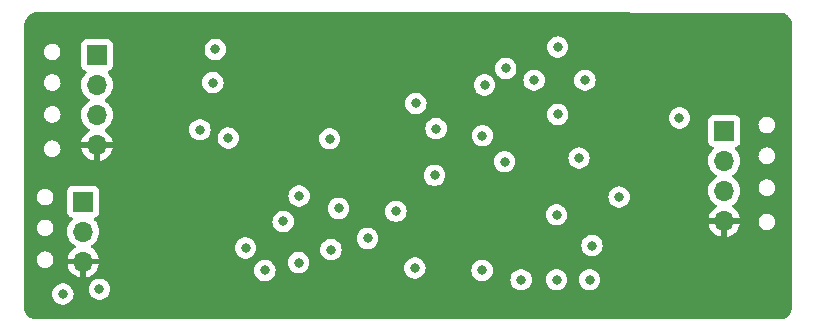
<source format=gbr>
%TF.GenerationSoftware,KiCad,Pcbnew,7.0.7*%
%TF.CreationDate,2024-03-01T11:29:19-05:00*%
%TF.ProjectId,Sh_mas,5368e96d-6173-42e6-9b69-6361645f7063,1.0*%
%TF.SameCoordinates,Original*%
%TF.FileFunction,Copper,L2,Inr*%
%TF.FilePolarity,Positive*%
%FSLAX46Y46*%
G04 Gerber Fmt 4.6, Leading zero omitted, Abs format (unit mm)*
G04 Created by KiCad (PCBNEW 7.0.7) date 2024-03-01 11:29:19*
%MOMM*%
%LPD*%
G01*
G04 APERTURE LIST*
%TA.AperFunction,ComponentPad*%
%ADD10R,1.700000X1.700000*%
%TD*%
%TA.AperFunction,ComponentPad*%
%ADD11O,1.700000X1.700000*%
%TD*%
%TA.AperFunction,ViaPad*%
%ADD12C,0.800000*%
%TD*%
G04 APERTURE END LIST*
D10*
%TO.N,+12V*%
%TO.C,J1*%
X98500000Y-64960000D03*
D11*
%TO.N,Net-(J1-Pin_2)*%
X98500000Y-67500000D03*
%TO.N,Net-(J1-Pin_3)*%
X98500000Y-70040000D03*
%TO.N,GND*%
X98500000Y-72580000D03*
%TD*%
D10*
%TO.N,+12V*%
%TO.C,J3*%
X151600000Y-71400000D03*
D11*
%TO.N,Net-(J1-Pin_2)*%
X151600000Y-73940000D03*
%TO.N,Net-(J1-Pin_3)*%
X151600000Y-76480000D03*
%TO.N,GND*%
X151600000Y-79020000D03*
%TD*%
D10*
%TO.N,+5V*%
%TO.C,J4*%
X97325000Y-77375000D03*
D11*
%TO.N,Net-(J4-Pin_2)*%
X97325000Y-79915000D03*
%TO.N,GND*%
X97325000Y-82455000D03*
%TD*%
D12*
%TO.N,Net-(D1-K)*%
X139300000Y-73700000D03*
%TO.N,+5V*%
X115560099Y-82537005D03*
X147800000Y-70300000D03*
X131300000Y-67500000D03*
X140400000Y-81100000D03*
X139800000Y-67100000D03*
X134400000Y-84000000D03*
X137500000Y-70000000D03*
X114253009Y-79062995D03*
X137400000Y-78500000D03*
X140200000Y-84000000D03*
X98700000Y-84800000D03*
X135500000Y-67100000D03*
X95600000Y-85200000D03*
X137400000Y-84000000D03*
X109600000Y-72000000D03*
X137500000Y-64300000D03*
X131100000Y-83200000D03*
X115600000Y-76900000D03*
X133100000Y-66100000D03*
X108500000Y-64500000D03*
%TO.N,GND*%
X147000000Y-72200000D03*
X104000000Y-73700000D03*
X130700000Y-74600000D03*
X122100000Y-76500000D03*
X130700000Y-80900000D03*
X135000004Y-70000000D03*
X121600000Y-64000000D03*
X132900000Y-77700000D03*
X114600000Y-75000000D03*
X105500000Y-84400000D03*
X133900000Y-72100000D03*
X110506385Y-84906387D03*
X136399660Y-71826139D03*
X118800000Y-75300000D03*
X100036951Y-84075000D03*
X104000000Y-76500000D03*
X144400000Y-68600000D03*
X98300000Y-75600000D03*
X126800000Y-68425500D03*
X100100000Y-73700000D03*
X126318719Y-77381281D03*
X106048390Y-68502508D03*
X106000000Y-74100000D03*
X114300000Y-84400000D03*
X146300000Y-77100000D03*
X141300000Y-72300000D03*
X106500000Y-64200000D03*
%TO.N,+3.3V*%
X125400000Y-83000000D03*
X118950000Y-77950000D03*
X123800000Y-78200000D03*
X131125500Y-71800000D03*
X127075500Y-75150528D03*
X121400000Y-80500000D03*
X133000006Y-74000000D03*
X127200000Y-71200000D03*
X125485133Y-69074444D03*
%TO.N,+12V*%
X142700000Y-77000000D03*
%TO.N,/SCLA*%
X111077051Y-81312561D03*
%TO.N,/SDAA*%
X112700000Y-83200000D03*
%TO.N,/SCLB*%
X118191691Y-72066385D03*
%TO.N,/SDAB*%
X118300000Y-81444500D03*
%TO.N,Net-(U6-CANH)*%
X107200000Y-71300000D03*
%TO.N,Net-(U6-CANL)*%
X108300000Y-67300000D03*
%TD*%
%TA.AperFunction,Conductor*%
%TO.N,GND*%
G36*
X156574585Y-61398429D02*
G01*
X156615307Y-61405374D01*
X156638490Y-61413480D01*
X156732897Y-61450192D01*
X156739983Y-61453476D01*
X156807475Y-61490110D01*
X156810512Y-61491874D01*
X156891236Y-61541903D01*
X156896493Y-61545550D01*
X156917631Y-61561897D01*
X156958497Y-61593500D01*
X156962320Y-61596710D01*
X157031721Y-61659922D01*
X157035271Y-61663426D01*
X157088674Y-61720568D01*
X157092808Y-61725478D01*
X157150388Y-61801522D01*
X157152456Y-61804423D01*
X157194895Y-61867721D01*
X157198843Y-61874499D01*
X157244720Y-61966137D01*
X157272377Y-62026495D01*
X157278811Y-62043856D01*
X157315135Y-62170080D01*
X157320927Y-62191116D01*
X157325377Y-62224064D01*
X157319722Y-86403835D01*
X157317820Y-86425444D01*
X157312188Y-86457223D01*
X157288637Y-86581740D01*
X157283850Y-86599618D01*
X157261522Y-86663485D01*
X157224814Y-86757879D01*
X157221517Y-86764992D01*
X157184901Y-86832450D01*
X157183110Y-86835534D01*
X157133100Y-86916228D01*
X157129443Y-86921499D01*
X157081498Y-86983497D01*
X157078288Y-86987320D01*
X157015076Y-87056721D01*
X157011572Y-87060271D01*
X156954430Y-87113674D01*
X156949520Y-87117808D01*
X156873476Y-87175388D01*
X156870575Y-87177456D01*
X156807277Y-87219895D01*
X156800499Y-87223843D01*
X156708862Y-87269720D01*
X156648502Y-87297377D01*
X156631143Y-87303811D01*
X156504936Y-87340130D01*
X156483873Y-87345930D01*
X156450944Y-87350379D01*
X93271176Y-87344720D01*
X93249553Y-87342818D01*
X93217789Y-87337190D01*
X93093258Y-87313637D01*
X93075379Y-87308850D01*
X93060966Y-87303811D01*
X93011521Y-87286523D01*
X92966913Y-87269177D01*
X92917120Y-87249814D01*
X92910006Y-87246517D01*
X92842548Y-87209901D01*
X92839464Y-87208110D01*
X92758770Y-87158100D01*
X92753499Y-87154443D01*
X92691501Y-87106498D01*
X92687678Y-87103288D01*
X92618277Y-87040076D01*
X92614727Y-87036572D01*
X92603622Y-87024690D01*
X92561324Y-86979430D01*
X92557190Y-86974520D01*
X92499610Y-86898476D01*
X92497542Y-86895575D01*
X92455103Y-86832277D01*
X92451155Y-86825499D01*
X92417303Y-86757879D01*
X92405279Y-86733862D01*
X92391384Y-86703538D01*
X92377622Y-86673504D01*
X92371187Y-86656142D01*
X92369084Y-86648837D01*
X92334851Y-86529871D01*
X92329085Y-86508935D01*
X92324637Y-86475890D01*
X92326002Y-85200000D01*
X94694540Y-85200000D01*
X94714326Y-85388256D01*
X94714327Y-85388259D01*
X94772818Y-85568277D01*
X94772821Y-85568284D01*
X94867467Y-85732216D01*
X94994128Y-85872887D01*
X94994129Y-85872888D01*
X95147265Y-85984148D01*
X95147270Y-85984151D01*
X95320192Y-86061142D01*
X95320197Y-86061144D01*
X95505354Y-86100500D01*
X95505355Y-86100500D01*
X95694644Y-86100500D01*
X95694646Y-86100500D01*
X95879803Y-86061144D01*
X96052730Y-85984151D01*
X96205871Y-85872888D01*
X96332533Y-85732216D01*
X96427179Y-85568284D01*
X96485674Y-85388256D01*
X96505460Y-85200000D01*
X96485674Y-85011744D01*
X96427179Y-84831716D01*
X96408868Y-84800000D01*
X97794540Y-84800000D01*
X97814326Y-84988256D01*
X97814327Y-84988259D01*
X97872818Y-85168277D01*
X97872821Y-85168284D01*
X97967467Y-85332216D01*
X98094128Y-85472887D01*
X98094129Y-85472888D01*
X98247265Y-85584148D01*
X98247270Y-85584151D01*
X98420192Y-85661142D01*
X98420197Y-85661144D01*
X98605354Y-85700500D01*
X98605355Y-85700500D01*
X98794644Y-85700500D01*
X98794646Y-85700500D01*
X98979803Y-85661144D01*
X99152730Y-85584151D01*
X99305871Y-85472888D01*
X99432533Y-85332216D01*
X99527179Y-85168284D01*
X99585674Y-84988256D01*
X99605460Y-84800000D01*
X99585674Y-84611744D01*
X99527179Y-84431716D01*
X99432533Y-84267784D01*
X99305871Y-84127112D01*
X99269243Y-84100500D01*
X99152734Y-84015851D01*
X99152729Y-84015848D01*
X98979807Y-83938857D01*
X98979802Y-83938855D01*
X98834001Y-83907865D01*
X98794646Y-83899500D01*
X98605354Y-83899500D01*
X98572897Y-83906398D01*
X98420197Y-83938855D01*
X98420192Y-83938857D01*
X98247270Y-84015848D01*
X98247265Y-84015851D01*
X98094129Y-84127111D01*
X97967466Y-84267785D01*
X97872821Y-84431715D01*
X97872818Y-84431722D01*
X97840166Y-84532216D01*
X97814326Y-84611744D01*
X97794540Y-84800000D01*
X96408868Y-84800000D01*
X96332533Y-84667784D01*
X96205871Y-84527112D01*
X96205870Y-84527111D01*
X96052734Y-84415851D01*
X96052729Y-84415848D01*
X95879807Y-84338857D01*
X95879802Y-84338855D01*
X95734001Y-84307865D01*
X95694646Y-84299500D01*
X95505354Y-84299500D01*
X95472897Y-84306398D01*
X95320197Y-84338855D01*
X95320192Y-84338857D01*
X95147270Y-84415848D01*
X95147265Y-84415851D01*
X94994129Y-84527111D01*
X94867466Y-84667785D01*
X94772821Y-84831715D01*
X94772818Y-84831722D01*
X94714327Y-85011740D01*
X94714326Y-85011744D01*
X94694540Y-85200000D01*
X92326002Y-85200000D01*
X92327679Y-83631722D01*
X92329104Y-82300003D01*
X93394355Y-82300003D01*
X93398692Y-82335730D01*
X93395386Y-82355607D01*
X93398949Y-82370062D01*
X93402552Y-82399735D01*
X93402552Y-82407815D01*
X93410521Y-82433142D01*
X93414859Y-82468870D01*
X93414861Y-82468878D01*
X93427623Y-82502528D01*
X93429171Y-82522624D01*
X93436082Y-82535792D01*
X93446682Y-82563742D01*
X93448613Y-82571579D01*
X93462417Y-82594271D01*
X93467601Y-82607940D01*
X93475182Y-82627931D01*
X93475184Y-82627934D01*
X93495628Y-82657553D01*
X93501938Y-82676689D01*
X93511808Y-82687830D01*
X93528789Y-82712431D01*
X93532543Y-82719584D01*
X93551367Y-82738304D01*
X93571813Y-82767925D01*
X93571814Y-82767926D01*
X93598757Y-82791796D01*
X93609466Y-82808869D01*
X93621713Y-82817323D01*
X93644088Y-82837147D01*
X93649438Y-82843186D01*
X93672204Y-82856864D01*
X93699145Y-82880732D01*
X93699151Y-82880736D01*
X93731011Y-82897457D01*
X93745499Y-82911475D01*
X93759418Y-82916754D01*
X93785888Y-82930647D01*
X93792533Y-82935234D01*
X93817906Y-82943063D01*
X93849775Y-82959790D01*
X93884714Y-82968401D01*
X93902128Y-82978540D01*
X93916911Y-82980336D01*
X93945932Y-82987490D01*
X93953496Y-82990358D01*
X93980003Y-82991887D01*
X94014941Y-83000499D01*
X94014942Y-83000500D01*
X94050937Y-83000500D01*
X94070285Y-83006181D01*
X94085049Y-83004388D01*
X94114954Y-83004388D01*
X94122950Y-83005359D01*
X94149063Y-83000500D01*
X94185058Y-83000500D01*
X94185060Y-83000499D01*
X94219994Y-82991889D01*
X94240131Y-82992774D01*
X94254064Y-82987490D01*
X94283088Y-82980335D01*
X94291113Y-82979360D01*
X94315280Y-82968403D01*
X94350225Y-82959790D01*
X94382089Y-82943065D01*
X94401855Y-82939105D01*
X94414112Y-82930645D01*
X94440582Y-82916753D01*
X94448133Y-82913888D01*
X94468985Y-82897459D01*
X94500852Y-82880734D01*
X94527792Y-82856866D01*
X94546037Y-82848290D01*
X94555907Y-82837150D01*
X94578285Y-82817324D01*
X94584928Y-82812738D01*
X94601243Y-82791795D01*
X94628183Y-82767929D01*
X94648629Y-82738306D01*
X94664290Y-82725614D01*
X94671209Y-82712432D01*
X94688192Y-82687827D01*
X94693546Y-82681783D01*
X94704372Y-82657549D01*
X94724818Y-82627930D01*
X94737580Y-82594278D01*
X94749751Y-82578203D01*
X94753314Y-82563747D01*
X94763916Y-82535791D01*
X94767664Y-82528649D01*
X94772378Y-82502522D01*
X94785140Y-82468872D01*
X94792886Y-82405072D01*
X94794229Y-82397743D01*
X94797448Y-82384686D01*
X94797448Y-82384679D01*
X94798012Y-82382392D01*
X94798020Y-82382353D01*
X94802982Y-82362217D01*
X94801307Y-82335724D01*
X94805645Y-82300000D01*
X94801306Y-82264272D01*
X94804612Y-82244391D01*
X94798005Y-82217584D01*
X94797999Y-82217551D01*
X94797448Y-82215314D01*
X94794232Y-82202266D01*
X94792885Y-82194915D01*
X94785140Y-82131128D01*
X94772376Y-82097474D01*
X94770828Y-82077376D01*
X94763916Y-82064207D01*
X94753314Y-82036252D01*
X94751382Y-82028415D01*
X94737580Y-82005722D01*
X94724818Y-81972070D01*
X94717276Y-81961144D01*
X94704372Y-81942449D01*
X94698059Y-81923308D01*
X94688190Y-81912168D01*
X94671209Y-81887565D01*
X94667458Y-81880418D01*
X94648631Y-81861694D01*
X94628182Y-81832070D01*
X94601241Y-81808202D01*
X94590529Y-81791126D01*
X94578285Y-81782674D01*
X94555909Y-81762850D01*
X94550563Y-81756816D01*
X94527794Y-81743134D01*
X94500856Y-81719269D01*
X94500851Y-81719265D01*
X94468981Y-81702538D01*
X94454496Y-81688522D01*
X94440579Y-81683244D01*
X94414109Y-81669351D01*
X94407471Y-81664769D01*
X94382095Y-81656937D01*
X94350225Y-81640210D01*
X94350224Y-81640209D01*
X94350223Y-81640209D01*
X94315277Y-81631596D01*
X94297850Y-81621449D01*
X94283074Y-81619655D01*
X94254050Y-81612502D01*
X94246511Y-81609643D01*
X94220002Y-81608112D01*
X94185061Y-81599500D01*
X94185056Y-81599500D01*
X94149072Y-81599500D01*
X94129734Y-81593821D01*
X94114945Y-81595617D01*
X94085060Y-81595617D01*
X94077028Y-81594642D01*
X94050929Y-81599500D01*
X94014944Y-81599500D01*
X93979995Y-81608113D01*
X93959858Y-81607226D01*
X93945952Y-81612501D01*
X93916924Y-81619655D01*
X93908918Y-81620626D01*
X93884722Y-81631595D01*
X93849781Y-81640207D01*
X93849774Y-81640210D01*
X93817901Y-81656938D01*
X93798133Y-81660897D01*
X93785884Y-81669353D01*
X93759420Y-81683243D01*
X93751874Y-81686104D01*
X93731019Y-81702537D01*
X93699152Y-81719263D01*
X93699148Y-81719266D01*
X93672200Y-81743139D01*
X93653954Y-81751714D01*
X93644087Y-81762852D01*
X93621713Y-81782674D01*
X93615078Y-81787253D01*
X93598761Y-81808199D01*
X93571817Y-81832070D01*
X93551366Y-81861698D01*
X93535704Y-81874389D01*
X93528788Y-81887567D01*
X93511809Y-81912166D01*
X93506458Y-81918205D01*
X93495630Y-81942444D01*
X93475184Y-81972065D01*
X93475182Y-81972069D01*
X93462416Y-82005729D01*
X93450245Y-82021801D01*
X93446683Y-82036254D01*
X93436084Y-82064202D01*
X93432338Y-82071339D01*
X93427624Y-82097470D01*
X93414860Y-82131126D01*
X93410521Y-82166858D01*
X93402552Y-82185372D01*
X93402552Y-82200263D01*
X93398949Y-82229936D01*
X93397015Y-82237781D01*
X93398692Y-82264268D01*
X93394355Y-82299995D01*
X93394355Y-82300003D01*
X92329104Y-82300003D01*
X92331992Y-79600003D01*
X93394355Y-79600003D01*
X93398692Y-79635730D01*
X93395386Y-79655607D01*
X93398949Y-79670062D01*
X93402552Y-79699735D01*
X93402552Y-79707815D01*
X93410521Y-79733142D01*
X93414859Y-79768870D01*
X93414861Y-79768878D01*
X93427623Y-79802528D01*
X93429171Y-79822624D01*
X93436082Y-79835792D01*
X93446682Y-79863742D01*
X93448613Y-79871579D01*
X93462417Y-79894271D01*
X93467601Y-79907940D01*
X93475182Y-79927931D01*
X93475184Y-79927934D01*
X93495628Y-79957553D01*
X93501938Y-79976689D01*
X93511808Y-79987830D01*
X93528789Y-80012431D01*
X93532543Y-80019584D01*
X93551367Y-80038304D01*
X93571813Y-80067925D01*
X93571814Y-80067926D01*
X93598757Y-80091796D01*
X93609466Y-80108869D01*
X93621713Y-80117323D01*
X93644088Y-80137147D01*
X93649438Y-80143186D01*
X93672204Y-80156864D01*
X93699145Y-80180732D01*
X93699151Y-80180736D01*
X93731011Y-80197457D01*
X93745499Y-80211475D01*
X93759418Y-80216754D01*
X93785888Y-80230647D01*
X93792533Y-80235234D01*
X93817906Y-80243063D01*
X93849775Y-80259790D01*
X93884714Y-80268401D01*
X93902128Y-80278540D01*
X93916911Y-80280336D01*
X93945932Y-80287490D01*
X93953496Y-80290358D01*
X93980003Y-80291887D01*
X94014941Y-80300499D01*
X94014942Y-80300500D01*
X94050937Y-80300500D01*
X94070285Y-80306181D01*
X94085049Y-80304388D01*
X94114954Y-80304388D01*
X94122950Y-80305359D01*
X94149063Y-80300500D01*
X94185058Y-80300500D01*
X94185060Y-80300499D01*
X94219994Y-80291889D01*
X94240131Y-80292774D01*
X94254064Y-80287490D01*
X94283088Y-80280335D01*
X94291113Y-80279360D01*
X94315280Y-80268403D01*
X94350225Y-80259790D01*
X94382089Y-80243065D01*
X94401855Y-80239105D01*
X94414112Y-80230645D01*
X94440582Y-80216753D01*
X94448133Y-80213888D01*
X94468985Y-80197459D01*
X94500852Y-80180734D01*
X94527792Y-80156866D01*
X94546037Y-80148290D01*
X94555907Y-80137150D01*
X94578285Y-80117324D01*
X94584928Y-80112738D01*
X94601243Y-80091795D01*
X94628183Y-80067929D01*
X94648629Y-80038306D01*
X94664290Y-80025614D01*
X94671209Y-80012432D01*
X94688192Y-79987827D01*
X94693546Y-79981783D01*
X94704372Y-79957549D01*
X94724818Y-79927930D01*
X94729722Y-79915000D01*
X95969341Y-79915000D01*
X95989936Y-80150403D01*
X95989938Y-80150413D01*
X96051094Y-80378655D01*
X96051096Y-80378659D01*
X96051097Y-80378663D01*
X96120926Y-80528412D01*
X96150965Y-80592830D01*
X96150967Y-80592834D01*
X96286501Y-80786395D01*
X96286506Y-80786402D01*
X96453597Y-80953493D01*
X96453603Y-80953498D01*
X96639594Y-81083730D01*
X96683219Y-81138307D01*
X96690413Y-81207805D01*
X96658890Y-81270160D01*
X96639595Y-81286880D01*
X96453922Y-81416890D01*
X96453920Y-81416891D01*
X96286891Y-81583920D01*
X96286886Y-81583926D01*
X96151400Y-81777420D01*
X96151399Y-81777422D01*
X96051570Y-81991507D01*
X96051567Y-81991513D01*
X95994364Y-82204999D01*
X95994364Y-82205000D01*
X96711653Y-82205000D01*
X96778692Y-82224685D01*
X96824447Y-82277489D01*
X96834391Y-82346647D01*
X96830631Y-82363933D01*
X96825223Y-82382353D01*
X96825000Y-82383111D01*
X96825000Y-82526889D01*
X96825517Y-82528649D01*
X96830631Y-82546067D01*
X96830630Y-82615936D01*
X96792855Y-82674714D01*
X96729299Y-82703738D01*
X96711653Y-82705000D01*
X95994364Y-82705000D01*
X96051567Y-82918486D01*
X96051570Y-82918492D01*
X96151399Y-83132578D01*
X96286894Y-83326082D01*
X96453917Y-83493105D01*
X96647421Y-83628600D01*
X96861507Y-83728429D01*
X96861516Y-83728433D01*
X97075000Y-83785634D01*
X97075000Y-83067301D01*
X97094685Y-83000262D01*
X97147489Y-82954507D01*
X97216647Y-82944563D01*
X97289237Y-82955000D01*
X97289238Y-82955000D01*
X97360762Y-82955000D01*
X97360763Y-82955000D01*
X97433353Y-82944563D01*
X97502512Y-82954507D01*
X97555315Y-83000262D01*
X97575000Y-83067301D01*
X97575000Y-83785633D01*
X97788483Y-83728433D01*
X97788492Y-83728429D01*
X98002578Y-83628600D01*
X98196082Y-83493105D01*
X98363105Y-83326082D01*
X98451390Y-83200000D01*
X111794540Y-83200000D01*
X111814326Y-83388256D01*
X111814327Y-83388259D01*
X111872818Y-83568277D01*
X111872821Y-83568284D01*
X111967467Y-83732216D01*
X112015565Y-83785634D01*
X112094129Y-83872888D01*
X112247265Y-83984148D01*
X112247270Y-83984151D01*
X112420192Y-84061142D01*
X112420197Y-84061144D01*
X112605354Y-84100500D01*
X112605355Y-84100500D01*
X112794644Y-84100500D01*
X112794646Y-84100500D01*
X112979803Y-84061144D01*
X113152730Y-83984151D01*
X113305871Y-83872888D01*
X113432533Y-83732216D01*
X113527179Y-83568284D01*
X113585674Y-83388256D01*
X113605460Y-83200000D01*
X113585674Y-83011744D01*
X113527179Y-82831716D01*
X113432533Y-82667784D01*
X113314779Y-82537005D01*
X114654639Y-82537005D01*
X114674425Y-82725261D01*
X114674426Y-82725264D01*
X114732917Y-82905282D01*
X114732920Y-82905289D01*
X114827566Y-83069221D01*
X114890265Y-83138855D01*
X114954228Y-83209893D01*
X115107364Y-83321153D01*
X115107369Y-83321156D01*
X115280291Y-83398147D01*
X115280296Y-83398149D01*
X115465453Y-83437505D01*
X115465454Y-83437505D01*
X115654743Y-83437505D01*
X115654745Y-83437505D01*
X115839902Y-83398149D01*
X116012829Y-83321156D01*
X116165970Y-83209893D01*
X116292632Y-83069221D01*
X116332597Y-83000000D01*
X124494540Y-83000000D01*
X124514326Y-83188256D01*
X124514327Y-83188259D01*
X124572818Y-83368277D01*
X124572821Y-83368284D01*
X124667467Y-83532216D01*
X124757063Y-83631722D01*
X124794129Y-83672888D01*
X124947265Y-83784148D01*
X124947270Y-83784151D01*
X125120192Y-83861142D01*
X125120197Y-83861144D01*
X125305354Y-83900500D01*
X125305355Y-83900500D01*
X125494644Y-83900500D01*
X125494646Y-83900500D01*
X125679803Y-83861144D01*
X125852730Y-83784151D01*
X126005871Y-83672888D01*
X126132533Y-83532216D01*
X126227179Y-83368284D01*
X126281858Y-83200000D01*
X130194540Y-83200000D01*
X130214326Y-83388256D01*
X130214327Y-83388259D01*
X130272818Y-83568277D01*
X130272821Y-83568284D01*
X130367467Y-83732216D01*
X130415565Y-83785634D01*
X130494129Y-83872888D01*
X130647265Y-83984148D01*
X130647270Y-83984151D01*
X130820192Y-84061142D01*
X130820197Y-84061144D01*
X131005354Y-84100500D01*
X131005355Y-84100500D01*
X131194644Y-84100500D01*
X131194646Y-84100500D01*
X131379803Y-84061144D01*
X131517133Y-84000000D01*
X133494540Y-84000000D01*
X133514326Y-84188256D01*
X133514327Y-84188259D01*
X133572818Y-84368277D01*
X133572821Y-84368284D01*
X133667467Y-84532216D01*
X133739071Y-84611740D01*
X133794129Y-84672888D01*
X133947265Y-84784148D01*
X133947270Y-84784151D01*
X134120192Y-84861142D01*
X134120197Y-84861144D01*
X134305354Y-84900500D01*
X134305355Y-84900500D01*
X134494644Y-84900500D01*
X134494646Y-84900500D01*
X134679803Y-84861144D01*
X134852730Y-84784151D01*
X135005871Y-84672888D01*
X135132533Y-84532216D01*
X135227179Y-84368284D01*
X135285674Y-84188256D01*
X135305460Y-84000000D01*
X136494540Y-84000000D01*
X136514326Y-84188256D01*
X136514327Y-84188259D01*
X136572818Y-84368277D01*
X136572821Y-84368284D01*
X136667467Y-84532216D01*
X136739071Y-84611740D01*
X136794129Y-84672888D01*
X136947265Y-84784148D01*
X136947270Y-84784151D01*
X137120192Y-84861142D01*
X137120197Y-84861144D01*
X137305354Y-84900500D01*
X137305355Y-84900500D01*
X137494644Y-84900500D01*
X137494646Y-84900500D01*
X137679803Y-84861144D01*
X137852730Y-84784151D01*
X138005871Y-84672888D01*
X138132533Y-84532216D01*
X138227179Y-84368284D01*
X138285674Y-84188256D01*
X138305460Y-84000000D01*
X139294540Y-84000000D01*
X139314326Y-84188256D01*
X139314327Y-84188259D01*
X139372818Y-84368277D01*
X139372821Y-84368284D01*
X139467467Y-84532216D01*
X139539071Y-84611740D01*
X139594129Y-84672888D01*
X139747265Y-84784148D01*
X139747270Y-84784151D01*
X139920192Y-84861142D01*
X139920197Y-84861144D01*
X140105354Y-84900500D01*
X140105355Y-84900500D01*
X140294644Y-84900500D01*
X140294646Y-84900500D01*
X140479803Y-84861144D01*
X140652730Y-84784151D01*
X140805871Y-84672888D01*
X140932533Y-84532216D01*
X141027179Y-84368284D01*
X141085674Y-84188256D01*
X141105460Y-84000000D01*
X141085674Y-83811744D01*
X141027179Y-83631716D01*
X140932533Y-83467784D01*
X140805871Y-83327112D01*
X140805870Y-83327111D01*
X140652734Y-83215851D01*
X140652729Y-83215848D01*
X140479807Y-83138857D01*
X140479802Y-83138855D01*
X140334001Y-83107865D01*
X140294646Y-83099500D01*
X140105354Y-83099500D01*
X140072897Y-83106398D01*
X139920197Y-83138855D01*
X139920192Y-83138857D01*
X139747270Y-83215848D01*
X139747265Y-83215851D01*
X139594129Y-83327111D01*
X139467466Y-83467785D01*
X139372821Y-83631715D01*
X139372818Y-83631722D01*
X139314327Y-83811740D01*
X139314326Y-83811744D01*
X139294540Y-84000000D01*
X138305460Y-84000000D01*
X138285674Y-83811744D01*
X138227179Y-83631716D01*
X138132533Y-83467784D01*
X138005871Y-83327112D01*
X138005870Y-83327111D01*
X137852734Y-83215851D01*
X137852729Y-83215848D01*
X137679807Y-83138857D01*
X137679802Y-83138855D01*
X137534000Y-83107865D01*
X137494646Y-83099500D01*
X137305354Y-83099500D01*
X137272897Y-83106398D01*
X137120197Y-83138855D01*
X137120192Y-83138857D01*
X136947270Y-83215848D01*
X136947265Y-83215851D01*
X136794129Y-83327111D01*
X136667466Y-83467785D01*
X136572821Y-83631715D01*
X136572818Y-83631722D01*
X136514327Y-83811740D01*
X136514326Y-83811744D01*
X136494540Y-84000000D01*
X135305460Y-84000000D01*
X135285674Y-83811744D01*
X135227179Y-83631716D01*
X135132533Y-83467784D01*
X135005871Y-83327112D01*
X135005870Y-83327111D01*
X134852734Y-83215851D01*
X134852729Y-83215848D01*
X134679807Y-83138857D01*
X134679802Y-83138855D01*
X134534001Y-83107865D01*
X134494646Y-83099500D01*
X134305354Y-83099500D01*
X134272897Y-83106398D01*
X134120197Y-83138855D01*
X134120192Y-83138857D01*
X133947270Y-83215848D01*
X133947265Y-83215851D01*
X133794129Y-83327111D01*
X133667466Y-83467785D01*
X133572821Y-83631715D01*
X133572818Y-83631722D01*
X133514327Y-83811740D01*
X133514326Y-83811744D01*
X133494540Y-84000000D01*
X131517133Y-84000000D01*
X131552730Y-83984151D01*
X131705871Y-83872888D01*
X131832533Y-83732216D01*
X131927179Y-83568284D01*
X131985674Y-83388256D01*
X132005460Y-83200000D01*
X131985674Y-83011744D01*
X131927179Y-82831716D01*
X131832533Y-82667784D01*
X131705871Y-82527112D01*
X131672026Y-82502522D01*
X131552734Y-82415851D01*
X131552729Y-82415848D01*
X131379807Y-82338857D01*
X131379802Y-82338855D01*
X131197012Y-82300003D01*
X131194646Y-82299500D01*
X131005354Y-82299500D01*
X131002988Y-82300003D01*
X130820197Y-82338855D01*
X130820192Y-82338857D01*
X130647270Y-82415848D01*
X130647265Y-82415851D01*
X130494129Y-82527111D01*
X130367466Y-82667785D01*
X130272821Y-82831715D01*
X130272818Y-82831722D01*
X130214327Y-83011740D01*
X130214326Y-83011744D01*
X130194540Y-83200000D01*
X126281858Y-83200000D01*
X126285674Y-83188256D01*
X126305460Y-83000000D01*
X126285674Y-82811744D01*
X126227179Y-82631716D01*
X126132533Y-82467784D01*
X126005871Y-82327112D01*
X125976323Y-82305644D01*
X125852734Y-82215851D01*
X125852729Y-82215848D01*
X125679807Y-82138857D01*
X125679802Y-82138855D01*
X125534000Y-82107865D01*
X125494646Y-82099500D01*
X125305354Y-82099500D01*
X125272897Y-82106398D01*
X125120197Y-82138855D01*
X125120192Y-82138857D01*
X124947270Y-82215848D01*
X124947265Y-82215851D01*
X124794129Y-82327111D01*
X124667466Y-82467785D01*
X124572821Y-82631715D01*
X124572818Y-82631722D01*
X124515260Y-82808869D01*
X124514326Y-82811744D01*
X124503289Y-82916754D01*
X124495129Y-82994400D01*
X124494540Y-83000000D01*
X116332597Y-83000000D01*
X116387278Y-82905289D01*
X116445773Y-82725261D01*
X116465559Y-82537005D01*
X116445773Y-82348749D01*
X116387278Y-82168721D01*
X116292632Y-82004789D01*
X116165970Y-81864117D01*
X116139348Y-81844775D01*
X116012833Y-81752856D01*
X116012828Y-81752853D01*
X115839906Y-81675862D01*
X115839901Y-81675860D01*
X115694099Y-81644870D01*
X115654745Y-81636505D01*
X115465453Y-81636505D01*
X115432996Y-81643403D01*
X115280296Y-81675860D01*
X115280291Y-81675862D01*
X115107369Y-81752853D01*
X115107364Y-81752856D01*
X114954228Y-81864116D01*
X114827565Y-82004790D01*
X114732920Y-82168720D01*
X114732917Y-82168727D01*
X114677639Y-82338856D01*
X114674425Y-82348749D01*
X114654639Y-82537005D01*
X113314779Y-82537005D01*
X113305871Y-82527112D01*
X113272026Y-82502522D01*
X113152734Y-82415851D01*
X113152729Y-82415848D01*
X112979807Y-82338857D01*
X112979802Y-82338855D01*
X112797012Y-82300003D01*
X112794646Y-82299500D01*
X112605354Y-82299500D01*
X112602988Y-82300003D01*
X112420197Y-82338855D01*
X112420192Y-82338857D01*
X112247270Y-82415848D01*
X112247265Y-82415851D01*
X112094129Y-82527111D01*
X111967466Y-82667785D01*
X111872821Y-82831715D01*
X111872818Y-82831722D01*
X111814327Y-83011740D01*
X111814326Y-83011744D01*
X111794540Y-83200000D01*
X98451390Y-83200000D01*
X98498600Y-83132578D01*
X98598429Y-82918492D01*
X98598432Y-82918486D01*
X98655636Y-82705000D01*
X97938347Y-82705000D01*
X97871308Y-82685315D01*
X97825553Y-82632511D01*
X97815609Y-82563353D01*
X97819369Y-82546067D01*
X97824483Y-82528649D01*
X97825000Y-82526889D01*
X97825000Y-82383111D01*
X97824777Y-82382353D01*
X97819369Y-82363933D01*
X97819370Y-82294064D01*
X97857145Y-82235286D01*
X97920701Y-82206262D01*
X97938347Y-82205000D01*
X98655636Y-82205000D01*
X98655635Y-82204999D01*
X98598432Y-81991513D01*
X98598429Y-81991507D01*
X98498600Y-81777422D01*
X98498599Y-81777420D01*
X98363113Y-81583926D01*
X98363108Y-81583920D01*
X98196078Y-81416890D01*
X98047082Y-81312561D01*
X110171591Y-81312561D01*
X110191377Y-81500817D01*
X110191378Y-81500820D01*
X110249869Y-81680838D01*
X110249872Y-81680845D01*
X110344518Y-81844777D01*
X110461705Y-81974926D01*
X110471180Y-81985449D01*
X110624316Y-82096709D01*
X110624321Y-82096712D01*
X110797243Y-82173703D01*
X110797248Y-82173705D01*
X110982405Y-82213061D01*
X110982406Y-82213061D01*
X111171695Y-82213061D01*
X111171697Y-82213061D01*
X111356854Y-82173705D01*
X111529781Y-82096712D01*
X111682922Y-81985449D01*
X111809584Y-81844777D01*
X111904230Y-81680845D01*
X111962725Y-81500817D01*
X111968644Y-81444500D01*
X117394540Y-81444500D01*
X117414326Y-81632756D01*
X117414327Y-81632759D01*
X117472818Y-81812777D01*
X117472821Y-81812784D01*
X117567467Y-81976716D01*
X117675512Y-82096712D01*
X117694129Y-82117388D01*
X117847265Y-82228648D01*
X117847270Y-82228651D01*
X118020192Y-82305642D01*
X118020197Y-82305644D01*
X118205354Y-82345000D01*
X118205355Y-82345000D01*
X118394644Y-82345000D01*
X118394646Y-82345000D01*
X118579803Y-82305644D01*
X118752730Y-82228651D01*
X118905871Y-82117388D01*
X119032533Y-81976716D01*
X119127179Y-81812784D01*
X119185674Y-81632756D01*
X119205460Y-81444500D01*
X119185674Y-81256244D01*
X119127179Y-81076216D01*
X119032533Y-80912284D01*
X118905871Y-80771612D01*
X118905870Y-80771611D01*
X118752734Y-80660351D01*
X118752729Y-80660348D01*
X118579807Y-80583357D01*
X118579802Y-80583355D01*
X118434001Y-80552365D01*
X118394646Y-80544000D01*
X118205354Y-80544000D01*
X118172897Y-80550898D01*
X118020197Y-80583355D01*
X118020192Y-80583357D01*
X117847270Y-80660348D01*
X117847265Y-80660351D01*
X117694129Y-80771611D01*
X117567466Y-80912285D01*
X117472821Y-81076215D01*
X117472818Y-81076222D01*
X117422105Y-81232302D01*
X117414326Y-81256244D01*
X117394540Y-81444500D01*
X111968644Y-81444500D01*
X111982511Y-81312561D01*
X111962725Y-81124305D01*
X111904230Y-80944277D01*
X111809584Y-80780345D01*
X111682922Y-80639673D01*
X111682921Y-80639672D01*
X111529785Y-80528412D01*
X111529780Y-80528409D01*
X111465973Y-80500000D01*
X120494540Y-80500000D01*
X120514326Y-80688256D01*
X120514327Y-80688259D01*
X120572818Y-80868277D01*
X120572821Y-80868284D01*
X120667467Y-81032216D01*
X120750381Y-81124301D01*
X120794129Y-81172888D01*
X120947265Y-81284148D01*
X120947270Y-81284151D01*
X121120192Y-81361142D01*
X121120197Y-81361144D01*
X121305354Y-81400500D01*
X121305355Y-81400500D01*
X121494644Y-81400500D01*
X121494646Y-81400500D01*
X121679803Y-81361144D01*
X121852730Y-81284151D01*
X122005871Y-81172888D01*
X122071500Y-81100000D01*
X139494540Y-81100000D01*
X139514326Y-81288256D01*
X139514327Y-81288259D01*
X139572818Y-81468277D01*
X139572821Y-81468284D01*
X139667467Y-81632216D01*
X139745850Y-81719269D01*
X139794129Y-81772888D01*
X139947265Y-81884148D01*
X139947270Y-81884151D01*
X140120192Y-81961142D01*
X140120197Y-81961144D01*
X140305354Y-82000500D01*
X140305355Y-82000500D01*
X140494644Y-82000500D01*
X140494646Y-82000500D01*
X140679803Y-81961144D01*
X140852730Y-81884151D01*
X141005871Y-81772888D01*
X141132533Y-81632216D01*
X141227179Y-81468284D01*
X141285674Y-81288256D01*
X141305460Y-81100000D01*
X141285674Y-80911744D01*
X141227179Y-80731716D01*
X141132533Y-80567784D01*
X141005871Y-80427112D01*
X140985155Y-80412061D01*
X140852734Y-80315851D01*
X140852729Y-80315848D01*
X140679807Y-80238857D01*
X140679802Y-80238855D01*
X140534001Y-80207865D01*
X140494646Y-80199500D01*
X140305354Y-80199500D01*
X140272897Y-80206398D01*
X140120197Y-80238855D01*
X140120192Y-80238857D01*
X139947270Y-80315848D01*
X139947265Y-80315851D01*
X139794129Y-80427111D01*
X139667466Y-80567785D01*
X139572821Y-80731715D01*
X139572818Y-80731722D01*
X139555052Y-80786402D01*
X139514326Y-80911744D01*
X139494540Y-81100000D01*
X122071500Y-81100000D01*
X122132533Y-81032216D01*
X122227179Y-80868284D01*
X122285674Y-80688256D01*
X122305460Y-80500000D01*
X122285674Y-80311744D01*
X122227179Y-80131716D01*
X122132533Y-79967784D01*
X122005871Y-79827112D01*
X121977062Y-79806181D01*
X121852734Y-79715851D01*
X121852729Y-79715848D01*
X121679807Y-79638857D01*
X121679802Y-79638855D01*
X121497012Y-79600003D01*
X121494646Y-79599500D01*
X121305354Y-79599500D01*
X121302988Y-79600003D01*
X121120197Y-79638855D01*
X121120192Y-79638857D01*
X120947270Y-79715848D01*
X120947265Y-79715851D01*
X120794129Y-79827111D01*
X120667466Y-79967785D01*
X120572821Y-80131715D01*
X120572818Y-80131722D01*
X120514327Y-80311740D01*
X120514326Y-80311744D01*
X120494540Y-80500000D01*
X111465973Y-80500000D01*
X111356858Y-80451418D01*
X111356853Y-80451416D01*
X111211052Y-80420426D01*
X111171697Y-80412061D01*
X110982405Y-80412061D01*
X110949948Y-80418959D01*
X110797248Y-80451416D01*
X110797243Y-80451418D01*
X110624321Y-80528409D01*
X110624316Y-80528412D01*
X110471180Y-80639672D01*
X110344517Y-80780346D01*
X110249872Y-80944276D01*
X110249869Y-80944283D01*
X110202837Y-81089035D01*
X110191377Y-81124305D01*
X110171591Y-81312561D01*
X98047082Y-81312561D01*
X98010405Y-81286879D01*
X97966780Y-81232302D01*
X97959588Y-81162804D01*
X97991110Y-81100449D01*
X98010406Y-81083730D01*
X98021137Y-81076216D01*
X98196401Y-80953495D01*
X98363495Y-80786401D01*
X98499035Y-80592830D01*
X98598903Y-80378663D01*
X98660063Y-80150408D01*
X98680659Y-79915000D01*
X98660063Y-79679592D01*
X98600569Y-79457553D01*
X98598905Y-79451344D01*
X98598904Y-79451343D01*
X98598903Y-79451337D01*
X98499035Y-79237171D01*
X98481526Y-79212166D01*
X98377076Y-79062995D01*
X113347549Y-79062995D01*
X113367335Y-79251251D01*
X113367336Y-79251254D01*
X113425827Y-79431272D01*
X113425830Y-79431279D01*
X113520476Y-79595211D01*
X113644670Y-79733142D01*
X113647138Y-79735883D01*
X113800274Y-79847143D01*
X113800279Y-79847146D01*
X113973201Y-79924137D01*
X113973206Y-79924139D01*
X114158363Y-79963495D01*
X114158364Y-79963495D01*
X114347653Y-79963495D01*
X114347655Y-79963495D01*
X114532812Y-79924139D01*
X114705739Y-79847146D01*
X114858880Y-79735883D01*
X114985542Y-79595211D01*
X115080188Y-79431279D01*
X115138683Y-79251251D01*
X115158469Y-79062995D01*
X115138683Y-78874739D01*
X115080188Y-78694711D01*
X114985542Y-78530779D01*
X114858880Y-78390107D01*
X114858879Y-78390106D01*
X114705743Y-78278846D01*
X114705738Y-78278843D01*
X114532816Y-78201852D01*
X114532811Y-78201850D01*
X114387010Y-78170860D01*
X114347655Y-78162495D01*
X114158363Y-78162495D01*
X114125906Y-78169393D01*
X113973206Y-78201850D01*
X113973201Y-78201852D01*
X113800279Y-78278843D01*
X113800274Y-78278846D01*
X113647138Y-78390106D01*
X113520475Y-78530780D01*
X113425830Y-78694710D01*
X113425827Y-78694717D01*
X113367936Y-78872888D01*
X113367335Y-78874739D01*
X113351024Y-79029936D01*
X113347744Y-79061144D01*
X113347549Y-79062995D01*
X98377076Y-79062995D01*
X98363496Y-79043600D01*
X98303139Y-78983243D01*
X98241567Y-78921671D01*
X98208084Y-78860351D01*
X98213068Y-78790659D01*
X98254939Y-78734725D01*
X98285915Y-78717810D01*
X98417331Y-78668796D01*
X98532546Y-78582546D01*
X98618796Y-78467331D01*
X98669091Y-78332483D01*
X98675500Y-78272873D01*
X98675500Y-77950000D01*
X118044540Y-77950000D01*
X118064326Y-78138256D01*
X118064327Y-78138259D01*
X118122818Y-78318277D01*
X118122821Y-78318284D01*
X118217467Y-78482216D01*
X118307803Y-78582544D01*
X118344129Y-78622888D01*
X118497265Y-78734148D01*
X118497270Y-78734151D01*
X118670192Y-78811142D01*
X118670197Y-78811144D01*
X118855354Y-78850500D01*
X118855355Y-78850500D01*
X119044644Y-78850500D01*
X119044646Y-78850500D01*
X119229803Y-78811144D01*
X119402730Y-78734151D01*
X119555871Y-78622888D01*
X119682533Y-78482216D01*
X119777179Y-78318284D01*
X119815612Y-78200000D01*
X122894540Y-78200000D01*
X122914326Y-78388256D01*
X122914327Y-78388259D01*
X122972818Y-78568277D01*
X122972821Y-78568284D01*
X123067467Y-78732216D01*
X123148130Y-78821801D01*
X123194129Y-78872888D01*
X123347265Y-78984148D01*
X123347270Y-78984151D01*
X123520192Y-79061142D01*
X123520197Y-79061144D01*
X123705354Y-79100500D01*
X123705355Y-79100500D01*
X123894644Y-79100500D01*
X123894646Y-79100500D01*
X124079803Y-79061144D01*
X124252730Y-78984151D01*
X124405871Y-78872888D01*
X124532533Y-78732216D01*
X124627179Y-78568284D01*
X124649366Y-78500000D01*
X136494540Y-78500000D01*
X136514326Y-78688256D01*
X136514327Y-78688259D01*
X136571494Y-78864202D01*
X136572821Y-78868284D01*
X136667467Y-79032216D01*
X136784521Y-79162217D01*
X136794129Y-79172888D01*
X136947265Y-79284148D01*
X136947270Y-79284151D01*
X137120192Y-79361142D01*
X137120197Y-79361144D01*
X137305354Y-79400500D01*
X137305355Y-79400500D01*
X137494644Y-79400500D01*
X137494646Y-79400500D01*
X137679803Y-79361144D01*
X137852730Y-79284151D01*
X138005871Y-79172888D01*
X138132533Y-79032216D01*
X138227179Y-78868284D01*
X138228506Y-78864202D01*
X138252401Y-78790659D01*
X138285674Y-78688256D01*
X138305460Y-78500000D01*
X138285674Y-78311744D01*
X138227179Y-78131716D01*
X138132533Y-77967784D01*
X138005871Y-77827112D01*
X137964841Y-77797302D01*
X137852734Y-77715851D01*
X137852729Y-77715848D01*
X137679807Y-77638857D01*
X137679802Y-77638855D01*
X137534000Y-77607865D01*
X137494646Y-77599500D01*
X137305354Y-77599500D01*
X137272897Y-77606398D01*
X137120197Y-77638855D01*
X137120192Y-77638857D01*
X136947270Y-77715848D01*
X136947265Y-77715851D01*
X136794129Y-77827111D01*
X136667466Y-77967785D01*
X136572821Y-78131715D01*
X136572818Y-78131722D01*
X136525015Y-78278846D01*
X136514326Y-78311744D01*
X136494540Y-78500000D01*
X124649366Y-78500000D01*
X124685674Y-78388256D01*
X124705460Y-78200000D01*
X124685674Y-78011744D01*
X124627179Y-77831716D01*
X124532533Y-77667784D01*
X124405871Y-77527112D01*
X124380762Y-77508869D01*
X124252734Y-77415851D01*
X124252729Y-77415848D01*
X124079807Y-77338857D01*
X124079802Y-77338855D01*
X123934000Y-77307865D01*
X123894646Y-77299500D01*
X123705354Y-77299500D01*
X123672897Y-77306398D01*
X123520197Y-77338855D01*
X123520192Y-77338857D01*
X123347270Y-77415848D01*
X123347265Y-77415851D01*
X123194129Y-77527111D01*
X123067466Y-77667785D01*
X122972821Y-77831715D01*
X122972818Y-77831722D01*
X122914327Y-78011740D01*
X122914326Y-78011744D01*
X122894540Y-78200000D01*
X119815612Y-78200000D01*
X119835674Y-78138256D01*
X119855460Y-77950000D01*
X119835674Y-77761744D01*
X119777179Y-77581716D01*
X119682533Y-77417784D01*
X119555871Y-77277112D01*
X119555870Y-77277111D01*
X119402734Y-77165851D01*
X119402729Y-77165848D01*
X119229807Y-77088857D01*
X119229802Y-77088855D01*
X119073377Y-77055607D01*
X119044646Y-77049500D01*
X118855354Y-77049500D01*
X118826623Y-77055607D01*
X118670197Y-77088855D01*
X118670192Y-77088857D01*
X118497270Y-77165848D01*
X118497265Y-77165851D01*
X118344129Y-77277111D01*
X118217466Y-77417785D01*
X118122821Y-77581715D01*
X118122818Y-77581722D01*
X118064521Y-77761144D01*
X118064326Y-77761744D01*
X118044540Y-77950000D01*
X98675500Y-77950000D01*
X98675499Y-76900000D01*
X114694540Y-76900000D01*
X114714326Y-77088256D01*
X114714327Y-77088259D01*
X114772818Y-77268277D01*
X114772821Y-77268284D01*
X114867467Y-77432216D01*
X114945153Y-77518495D01*
X114994129Y-77572888D01*
X115147265Y-77684148D01*
X115147270Y-77684151D01*
X115320192Y-77761142D01*
X115320197Y-77761144D01*
X115505354Y-77800500D01*
X115505355Y-77800500D01*
X115694644Y-77800500D01*
X115694646Y-77800500D01*
X115879803Y-77761144D01*
X116052730Y-77684151D01*
X116205871Y-77572888D01*
X116332533Y-77432216D01*
X116427179Y-77268284D01*
X116485674Y-77088256D01*
X116494950Y-77000000D01*
X141794540Y-77000000D01*
X141814326Y-77188256D01*
X141814327Y-77188259D01*
X141872818Y-77368277D01*
X141872821Y-77368284D01*
X141967467Y-77532216D01*
X142087431Y-77665449D01*
X142094129Y-77672888D01*
X142247265Y-77784148D01*
X142247270Y-77784151D01*
X142420192Y-77861142D01*
X142420197Y-77861144D01*
X142605354Y-77900500D01*
X142605355Y-77900500D01*
X142794644Y-77900500D01*
X142794646Y-77900500D01*
X142979803Y-77861144D01*
X143152730Y-77784151D01*
X143305871Y-77672888D01*
X143432533Y-77532216D01*
X143527179Y-77368284D01*
X143585674Y-77188256D01*
X143605460Y-77000000D01*
X143585674Y-76811744D01*
X143527179Y-76631716D01*
X143439586Y-76480000D01*
X150244341Y-76480000D01*
X150264936Y-76715403D01*
X150264938Y-76715413D01*
X150326094Y-76943655D01*
X150326096Y-76943659D01*
X150326097Y-76943663D01*
X150393802Y-77088856D01*
X150425965Y-77157830D01*
X150425967Y-77157834D01*
X150561501Y-77351395D01*
X150561506Y-77351402D01*
X150728597Y-77518493D01*
X150728603Y-77518498D01*
X150783400Y-77556867D01*
X150895319Y-77635234D01*
X150914594Y-77648730D01*
X150958219Y-77703307D01*
X150965413Y-77772805D01*
X150933890Y-77835160D01*
X150914595Y-77851880D01*
X150728922Y-77981890D01*
X150728920Y-77981891D01*
X150561891Y-78148920D01*
X150561886Y-78148926D01*
X150426400Y-78342420D01*
X150426399Y-78342422D01*
X150326570Y-78556507D01*
X150326567Y-78556513D01*
X150269364Y-78769999D01*
X150269364Y-78770000D01*
X150986653Y-78770000D01*
X151053692Y-78789685D01*
X151099447Y-78842489D01*
X151109391Y-78911647D01*
X151105631Y-78928933D01*
X151104849Y-78931596D01*
X151100000Y-78948111D01*
X151100000Y-79091889D01*
X151103856Y-79105022D01*
X151105631Y-79111067D01*
X151105630Y-79180936D01*
X151067855Y-79239714D01*
X151004299Y-79268738D01*
X150986653Y-79270000D01*
X150269364Y-79270000D01*
X150326567Y-79483486D01*
X150326570Y-79483492D01*
X150426399Y-79697578D01*
X150561894Y-79891082D01*
X150728917Y-80058105D01*
X150922421Y-80193600D01*
X151136507Y-80293429D01*
X151136516Y-80293433D01*
X151350000Y-80350634D01*
X151350000Y-79632301D01*
X151369685Y-79565262D01*
X151422489Y-79519507D01*
X151491647Y-79509563D01*
X151564237Y-79520000D01*
X151564238Y-79520000D01*
X151635762Y-79520000D01*
X151635763Y-79520000D01*
X151708353Y-79509563D01*
X151777512Y-79519507D01*
X151830315Y-79565262D01*
X151850000Y-79632301D01*
X151850000Y-80350633D01*
X152063483Y-80293433D01*
X152063492Y-80293429D01*
X152277578Y-80193600D01*
X152471082Y-80058105D01*
X152638105Y-79891082D01*
X152773600Y-79697578D01*
X152873429Y-79483492D01*
X152873432Y-79483486D01*
X152930636Y-79270000D01*
X152213347Y-79270000D01*
X152146308Y-79250315D01*
X152100553Y-79197511D01*
X152090609Y-79128353D01*
X152094369Y-79111067D01*
X152096143Y-79105022D01*
X152097618Y-79100000D01*
X154494355Y-79100000D01*
X154498693Y-79135727D01*
X154495387Y-79155609D01*
X154498949Y-79170062D01*
X154502552Y-79199735D01*
X154502552Y-79207815D01*
X154510521Y-79233142D01*
X154514859Y-79268870D01*
X154514861Y-79268878D01*
X154527623Y-79302528D01*
X154529171Y-79322624D01*
X154536082Y-79335792D01*
X154546682Y-79363742D01*
X154548613Y-79371579D01*
X154562417Y-79394271D01*
X154563630Y-79397470D01*
X154575182Y-79427931D01*
X154575184Y-79427934D01*
X154595628Y-79457553D01*
X154601938Y-79476689D01*
X154611808Y-79487830D01*
X154628789Y-79512431D01*
X154632543Y-79519584D01*
X154651367Y-79538304D01*
X154671813Y-79567925D01*
X154671814Y-79567926D01*
X154698757Y-79591796D01*
X154709466Y-79608869D01*
X154721713Y-79617323D01*
X154744088Y-79637147D01*
X154749438Y-79643186D01*
X154772204Y-79656864D01*
X154799145Y-79680732D01*
X154799151Y-79680736D01*
X154831011Y-79697457D01*
X154845499Y-79711475D01*
X154859418Y-79716754D01*
X154885888Y-79730647D01*
X154892533Y-79735234D01*
X154917906Y-79743063D01*
X154949775Y-79759790D01*
X154984714Y-79768401D01*
X155002128Y-79778540D01*
X155016911Y-79780336D01*
X155045932Y-79787490D01*
X155053496Y-79790358D01*
X155080003Y-79791887D01*
X155114941Y-79800499D01*
X155114942Y-79800500D01*
X155150937Y-79800500D01*
X155170285Y-79806181D01*
X155185049Y-79804388D01*
X155214954Y-79804388D01*
X155222950Y-79805359D01*
X155249063Y-79800500D01*
X155285058Y-79800500D01*
X155285060Y-79800499D01*
X155319994Y-79791889D01*
X155340131Y-79792774D01*
X155354064Y-79787490D01*
X155383088Y-79780335D01*
X155391113Y-79779360D01*
X155415280Y-79768403D01*
X155450225Y-79759790D01*
X155482089Y-79743065D01*
X155501855Y-79739105D01*
X155514112Y-79730645D01*
X155540582Y-79716753D01*
X155548133Y-79713888D01*
X155568985Y-79697459D01*
X155600852Y-79680734D01*
X155627792Y-79656866D01*
X155646037Y-79648290D01*
X155655907Y-79637150D01*
X155678285Y-79617324D01*
X155684928Y-79612738D01*
X155701243Y-79591795D01*
X155728183Y-79567929D01*
X155748629Y-79538306D01*
X155764290Y-79525614D01*
X155771209Y-79512432D01*
X155788192Y-79487827D01*
X155793546Y-79481783D01*
X155804372Y-79457549D01*
X155824818Y-79427930D01*
X155837580Y-79394278D01*
X155849751Y-79378203D01*
X155853314Y-79363747D01*
X155863916Y-79335791D01*
X155867664Y-79328649D01*
X155872378Y-79302522D01*
X155885140Y-79268872D01*
X155892886Y-79205072D01*
X155894229Y-79197743D01*
X155897448Y-79184686D01*
X155897448Y-79184679D01*
X155898012Y-79182392D01*
X155898020Y-79182353D01*
X155902982Y-79162217D01*
X155901307Y-79135724D01*
X155905645Y-79100000D01*
X155901307Y-79064271D01*
X155904612Y-79044391D01*
X155898005Y-79017584D01*
X155897999Y-79017551D01*
X155897448Y-79015314D01*
X155894232Y-79002266D01*
X155892885Y-78994915D01*
X155885140Y-78931128D01*
X155872376Y-78897474D01*
X155870828Y-78877376D01*
X155863916Y-78864207D01*
X155853314Y-78836252D01*
X155851382Y-78828415D01*
X155837580Y-78805722D01*
X155824818Y-78772070D01*
X155824260Y-78771262D01*
X155804372Y-78742449D01*
X155798059Y-78723308D01*
X155788190Y-78712168D01*
X155771209Y-78687565D01*
X155767458Y-78680418D01*
X155748631Y-78661694D01*
X155728182Y-78632070D01*
X155701241Y-78608202D01*
X155690529Y-78591126D01*
X155678285Y-78582674D01*
X155655909Y-78562850D01*
X155650563Y-78556816D01*
X155627794Y-78543134D01*
X155600856Y-78519269D01*
X155600851Y-78519265D01*
X155568981Y-78502538D01*
X155554496Y-78488522D01*
X155540579Y-78483244D01*
X155514109Y-78469351D01*
X155507471Y-78464769D01*
X155482095Y-78456937D01*
X155450225Y-78440210D01*
X155450224Y-78440209D01*
X155450223Y-78440209D01*
X155415277Y-78431596D01*
X155397850Y-78421449D01*
X155383074Y-78419655D01*
X155354050Y-78412502D01*
X155346511Y-78409643D01*
X155320002Y-78408112D01*
X155285061Y-78399500D01*
X155285056Y-78399500D01*
X155249072Y-78399500D01*
X155229734Y-78393821D01*
X155214945Y-78395617D01*
X155185060Y-78395617D01*
X155177028Y-78394642D01*
X155150929Y-78399500D01*
X155114944Y-78399500D01*
X155079995Y-78408113D01*
X155059858Y-78407226D01*
X155045952Y-78412501D01*
X155016924Y-78419655D01*
X155008918Y-78420626D01*
X154984722Y-78431595D01*
X154949781Y-78440207D01*
X154949774Y-78440210D01*
X154917901Y-78456938D01*
X154898133Y-78460897D01*
X154885884Y-78469353D01*
X154859420Y-78483243D01*
X154851874Y-78486104D01*
X154831019Y-78502537D01*
X154799152Y-78519263D01*
X154799148Y-78519266D01*
X154772200Y-78543139D01*
X154753954Y-78551714D01*
X154744087Y-78562852D01*
X154721713Y-78582674D01*
X154715078Y-78587253D01*
X154698761Y-78608199D01*
X154671817Y-78632070D01*
X154651366Y-78661698D01*
X154635704Y-78674389D01*
X154628788Y-78687567D01*
X154611809Y-78712166D01*
X154606458Y-78718205D01*
X154595630Y-78742444D01*
X154575184Y-78772065D01*
X154575182Y-78772069D01*
X154562416Y-78805729D01*
X154550245Y-78821801D01*
X154546683Y-78836254D01*
X154536084Y-78864202D01*
X154532338Y-78871339D01*
X154527624Y-78897470D01*
X154514860Y-78931126D01*
X154510521Y-78966858D01*
X154502552Y-78985372D01*
X154502552Y-79000263D01*
X154498949Y-79029936D01*
X154497016Y-79037778D01*
X154498693Y-79064271D01*
X154494355Y-79099999D01*
X154494355Y-79100000D01*
X152097618Y-79100000D01*
X152100000Y-79091889D01*
X152100000Y-78948111D01*
X152095151Y-78931596D01*
X152094369Y-78928933D01*
X152094370Y-78859064D01*
X152132145Y-78800286D01*
X152195701Y-78771262D01*
X152213347Y-78770000D01*
X152930636Y-78770000D01*
X152930635Y-78769999D01*
X152873432Y-78556513D01*
X152873429Y-78556507D01*
X152773600Y-78342422D01*
X152773599Y-78342420D01*
X152638113Y-78148926D01*
X152638108Y-78148920D01*
X152471078Y-77981890D01*
X152285405Y-77851879D01*
X152241780Y-77797302D01*
X152234588Y-77727804D01*
X152266110Y-77665449D01*
X152285406Y-77648730D01*
X152299506Y-77638857D01*
X152471401Y-77518495D01*
X152638495Y-77351401D01*
X152774035Y-77157830D01*
X152873903Y-76943663D01*
X152935063Y-76715408D01*
X152955659Y-76480000D01*
X152935063Y-76244592D01*
X152923115Y-76200000D01*
X154494355Y-76200000D01*
X154498693Y-76235727D01*
X154495387Y-76255609D01*
X154498949Y-76270062D01*
X154502552Y-76299735D01*
X154502552Y-76307815D01*
X154510521Y-76333142D01*
X154514859Y-76368870D01*
X154514861Y-76368878D01*
X154527623Y-76402528D01*
X154529171Y-76422624D01*
X154536082Y-76435792D01*
X154546682Y-76463742D01*
X154548613Y-76471579D01*
X154562417Y-76494271D01*
X154567601Y-76507940D01*
X154575182Y-76527931D01*
X154575184Y-76527934D01*
X154595628Y-76557553D01*
X154601938Y-76576689D01*
X154611808Y-76587830D01*
X154628789Y-76612431D01*
X154632543Y-76619584D01*
X154651367Y-76638304D01*
X154671813Y-76667925D01*
X154671814Y-76667926D01*
X154698757Y-76691796D01*
X154709466Y-76708869D01*
X154721713Y-76717323D01*
X154744088Y-76737147D01*
X154749438Y-76743186D01*
X154772204Y-76756864D01*
X154799145Y-76780732D01*
X154799151Y-76780736D01*
X154831011Y-76797457D01*
X154845499Y-76811475D01*
X154859418Y-76816754D01*
X154885888Y-76830647D01*
X154892533Y-76835234D01*
X154917906Y-76843063D01*
X154949775Y-76859790D01*
X154984714Y-76868401D01*
X155002128Y-76878540D01*
X155016911Y-76880336D01*
X155045932Y-76887490D01*
X155053496Y-76890358D01*
X155080003Y-76891887D01*
X155114941Y-76900499D01*
X155114942Y-76900500D01*
X155150937Y-76900500D01*
X155170285Y-76906181D01*
X155185049Y-76904388D01*
X155214954Y-76904388D01*
X155222950Y-76905359D01*
X155249063Y-76900500D01*
X155285058Y-76900500D01*
X155285060Y-76900499D01*
X155319994Y-76891889D01*
X155340131Y-76892774D01*
X155354064Y-76887490D01*
X155383088Y-76880335D01*
X155391113Y-76879360D01*
X155415280Y-76868403D01*
X155450225Y-76859790D01*
X155482089Y-76843065D01*
X155501855Y-76839105D01*
X155514112Y-76830645D01*
X155540582Y-76816753D01*
X155548133Y-76813888D01*
X155568985Y-76797459D01*
X155600852Y-76780734D01*
X155627792Y-76756866D01*
X155646037Y-76748290D01*
X155655907Y-76737150D01*
X155678285Y-76717324D01*
X155684928Y-76712738D01*
X155701243Y-76691795D01*
X155728183Y-76667929D01*
X155748629Y-76638306D01*
X155764290Y-76625614D01*
X155771209Y-76612432D01*
X155788192Y-76587827D01*
X155793546Y-76581783D01*
X155804372Y-76557549D01*
X155824818Y-76527930D01*
X155837580Y-76494278D01*
X155849751Y-76478203D01*
X155853314Y-76463747D01*
X155863916Y-76435791D01*
X155867664Y-76428649D01*
X155872378Y-76402522D01*
X155885140Y-76368872D01*
X155892886Y-76305072D01*
X155894229Y-76297743D01*
X155897448Y-76284686D01*
X155897448Y-76284679D01*
X155898012Y-76282392D01*
X155898020Y-76282353D01*
X155902982Y-76262217D01*
X155901307Y-76235724D01*
X155905645Y-76200000D01*
X155901307Y-76164271D01*
X155904612Y-76144391D01*
X155898005Y-76117584D01*
X155897999Y-76117551D01*
X155897448Y-76115314D01*
X155894232Y-76102266D01*
X155892885Y-76094915D01*
X155885140Y-76031128D01*
X155872376Y-75997474D01*
X155870828Y-75977376D01*
X155863916Y-75964207D01*
X155853314Y-75936252D01*
X155851382Y-75928415D01*
X155837580Y-75905722D01*
X155824818Y-75872070D01*
X155804372Y-75842449D01*
X155798059Y-75823308D01*
X155788190Y-75812168D01*
X155771209Y-75787565D01*
X155767458Y-75780418D01*
X155748631Y-75761694D01*
X155728182Y-75732070D01*
X155701241Y-75708202D01*
X155690529Y-75691126D01*
X155678285Y-75682674D01*
X155655909Y-75662850D01*
X155650563Y-75656816D01*
X155627794Y-75643134D01*
X155600856Y-75619269D01*
X155600851Y-75619265D01*
X155568981Y-75602538D01*
X155554496Y-75588522D01*
X155540579Y-75583244D01*
X155514109Y-75569351D01*
X155507471Y-75564769D01*
X155482095Y-75556937D01*
X155450225Y-75540210D01*
X155450224Y-75540209D01*
X155450223Y-75540209D01*
X155415277Y-75531596D01*
X155397850Y-75521449D01*
X155383074Y-75519655D01*
X155354050Y-75512502D01*
X155346511Y-75509643D01*
X155320002Y-75508112D01*
X155285061Y-75499500D01*
X155285056Y-75499500D01*
X155249072Y-75499500D01*
X155229734Y-75493821D01*
X155214945Y-75495617D01*
X155185060Y-75495617D01*
X155177028Y-75494642D01*
X155150929Y-75499500D01*
X155114944Y-75499500D01*
X155079995Y-75508113D01*
X155059858Y-75507226D01*
X155045952Y-75512501D01*
X155016924Y-75519655D01*
X155008918Y-75520626D01*
X154984722Y-75531595D01*
X154949781Y-75540207D01*
X154949774Y-75540210D01*
X154917901Y-75556938D01*
X154898133Y-75560897D01*
X154885884Y-75569353D01*
X154859420Y-75583243D01*
X154851874Y-75586104D01*
X154831019Y-75602537D01*
X154799152Y-75619263D01*
X154799148Y-75619266D01*
X154772200Y-75643139D01*
X154753954Y-75651714D01*
X154744087Y-75662852D01*
X154721713Y-75682674D01*
X154715078Y-75687253D01*
X154698761Y-75708199D01*
X154671817Y-75732070D01*
X154651366Y-75761698D01*
X154635704Y-75774389D01*
X154628788Y-75787567D01*
X154611809Y-75812166D01*
X154606458Y-75818205D01*
X154595630Y-75842444D01*
X154575184Y-75872065D01*
X154575182Y-75872069D01*
X154562416Y-75905729D01*
X154550245Y-75921801D01*
X154546683Y-75936254D01*
X154536084Y-75964202D01*
X154532338Y-75971339D01*
X154527624Y-75997470D01*
X154514860Y-76031126D01*
X154510521Y-76066858D01*
X154502552Y-76085372D01*
X154502552Y-76100263D01*
X154498949Y-76129936D01*
X154497016Y-76137778D01*
X154498693Y-76164271D01*
X154494355Y-76199999D01*
X154494355Y-76200000D01*
X152923115Y-76200000D01*
X152873903Y-76016337D01*
X152774035Y-75802171D01*
X152763810Y-75787567D01*
X152638494Y-75608597D01*
X152471402Y-75441506D01*
X152471396Y-75441501D01*
X152285842Y-75311575D01*
X152242217Y-75256998D01*
X152235023Y-75187500D01*
X152266546Y-75125145D01*
X152285842Y-75108425D01*
X152308026Y-75092891D01*
X152471401Y-74978495D01*
X152638495Y-74811401D01*
X152774035Y-74617830D01*
X152873903Y-74403663D01*
X152935063Y-74175408D01*
X152955659Y-73940000D01*
X152935063Y-73704592D01*
X152880243Y-73500000D01*
X154494355Y-73500000D01*
X154498693Y-73535727D01*
X154495387Y-73555609D01*
X154498949Y-73570062D01*
X154502552Y-73599735D01*
X154502552Y-73607815D01*
X154510521Y-73633142D01*
X154514859Y-73668870D01*
X154514861Y-73668878D01*
X154527623Y-73702528D01*
X154529171Y-73722624D01*
X154536082Y-73735792D01*
X154546682Y-73763742D01*
X154548613Y-73771579D01*
X154562417Y-73794271D01*
X154567601Y-73807940D01*
X154575182Y-73827931D01*
X154575184Y-73827934D01*
X154595628Y-73857553D01*
X154601938Y-73876689D01*
X154611808Y-73887830D01*
X154628789Y-73912431D01*
X154632543Y-73919584D01*
X154651367Y-73938304D01*
X154671813Y-73967925D01*
X154671814Y-73967926D01*
X154698757Y-73991796D01*
X154709466Y-74008869D01*
X154721713Y-74017323D01*
X154744088Y-74037147D01*
X154749438Y-74043186D01*
X154772204Y-74056864D01*
X154799145Y-74080732D01*
X154799151Y-74080736D01*
X154831011Y-74097457D01*
X154845499Y-74111475D01*
X154859418Y-74116754D01*
X154885888Y-74130647D01*
X154892533Y-74135234D01*
X154917906Y-74143063D01*
X154949775Y-74159790D01*
X154984714Y-74168401D01*
X155002128Y-74178540D01*
X155016911Y-74180336D01*
X155045932Y-74187490D01*
X155053496Y-74190358D01*
X155080003Y-74191887D01*
X155114941Y-74200499D01*
X155114942Y-74200500D01*
X155150937Y-74200500D01*
X155170285Y-74206181D01*
X155185049Y-74204388D01*
X155214954Y-74204388D01*
X155222950Y-74205359D01*
X155249063Y-74200500D01*
X155285058Y-74200500D01*
X155285060Y-74200499D01*
X155319994Y-74191889D01*
X155340131Y-74192774D01*
X155354064Y-74187490D01*
X155383088Y-74180335D01*
X155391113Y-74179360D01*
X155415280Y-74168403D01*
X155450225Y-74159790D01*
X155482089Y-74143065D01*
X155501855Y-74139105D01*
X155514112Y-74130645D01*
X155540582Y-74116753D01*
X155548133Y-74113888D01*
X155568985Y-74097459D01*
X155600852Y-74080734D01*
X155627792Y-74056866D01*
X155646037Y-74048290D01*
X155655907Y-74037150D01*
X155678285Y-74017324D01*
X155684928Y-74012738D01*
X155701243Y-73991795D01*
X155728183Y-73967929D01*
X155748629Y-73938306D01*
X155764290Y-73925614D01*
X155771209Y-73912432D01*
X155788192Y-73887827D01*
X155793546Y-73881783D01*
X155804372Y-73857549D01*
X155824818Y-73827930D01*
X155837580Y-73794278D01*
X155849751Y-73778203D01*
X155853314Y-73763747D01*
X155863916Y-73735791D01*
X155867664Y-73728649D01*
X155872378Y-73702522D01*
X155885140Y-73668872D01*
X155892886Y-73605072D01*
X155894229Y-73597743D01*
X155897448Y-73584686D01*
X155897448Y-73584679D01*
X155898012Y-73582392D01*
X155898020Y-73582353D01*
X155902982Y-73562217D01*
X155901307Y-73535724D01*
X155905645Y-73500000D01*
X155901307Y-73464271D01*
X155904612Y-73444391D01*
X155898005Y-73417584D01*
X155897999Y-73417551D01*
X155895859Y-73408869D01*
X155894232Y-73402266D01*
X155892885Y-73394915D01*
X155885212Y-73331722D01*
X155885140Y-73331127D01*
X155885139Y-73331126D01*
X155883617Y-73327112D01*
X155872376Y-73297474D01*
X155870828Y-73277376D01*
X155863916Y-73264207D01*
X155853314Y-73236252D01*
X155851382Y-73228415D01*
X155837580Y-73205722D01*
X155824818Y-73172070D01*
X155821860Y-73167785D01*
X155804372Y-73142449D01*
X155798059Y-73123308D01*
X155788190Y-73112168D01*
X155771209Y-73087565D01*
X155767458Y-73080418D01*
X155748631Y-73061694D01*
X155728182Y-73032070D01*
X155701241Y-73008202D01*
X155690529Y-72991126D01*
X155678285Y-72982674D01*
X155655909Y-72962850D01*
X155650563Y-72956816D01*
X155627794Y-72943134D01*
X155600856Y-72919269D01*
X155600851Y-72919265D01*
X155568981Y-72902538D01*
X155554496Y-72888522D01*
X155540579Y-72883244D01*
X155514109Y-72869351D01*
X155507471Y-72864769D01*
X155482095Y-72856937D01*
X155450225Y-72840210D01*
X155450224Y-72840209D01*
X155450223Y-72840209D01*
X155415277Y-72831596D01*
X155397850Y-72821449D01*
X155383074Y-72819655D01*
X155354050Y-72812502D01*
X155346511Y-72809643D01*
X155320002Y-72808112D01*
X155285061Y-72799500D01*
X155285056Y-72799500D01*
X155249072Y-72799500D01*
X155229734Y-72793821D01*
X155214945Y-72795617D01*
X155185060Y-72795617D01*
X155177028Y-72794642D01*
X155150929Y-72799500D01*
X155114944Y-72799500D01*
X155079995Y-72808113D01*
X155059858Y-72807226D01*
X155045952Y-72812501D01*
X155016924Y-72819655D01*
X155008918Y-72820626D01*
X154984722Y-72831595D01*
X154949781Y-72840207D01*
X154949774Y-72840210D01*
X154917901Y-72856938D01*
X154898133Y-72860897D01*
X154885884Y-72869353D01*
X154859420Y-72883243D01*
X154851874Y-72886104D01*
X154831019Y-72902537D01*
X154799152Y-72919263D01*
X154799148Y-72919266D01*
X154772200Y-72943139D01*
X154753954Y-72951714D01*
X154744087Y-72962852D01*
X154721713Y-72982674D01*
X154715078Y-72987253D01*
X154698761Y-73008199D01*
X154671817Y-73032070D01*
X154651366Y-73061698D01*
X154635704Y-73074389D01*
X154628788Y-73087567D01*
X154611809Y-73112166D01*
X154606458Y-73118205D01*
X154595630Y-73142444D01*
X154575184Y-73172065D01*
X154575182Y-73172069D01*
X154562416Y-73205729D01*
X154550245Y-73221801D01*
X154546683Y-73236254D01*
X154536084Y-73264202D01*
X154532338Y-73271339D01*
X154527624Y-73297470D01*
X154514860Y-73331126D01*
X154510521Y-73366858D01*
X154502552Y-73385372D01*
X154502552Y-73400263D01*
X154498949Y-73429936D01*
X154497016Y-73437778D01*
X154498693Y-73464271D01*
X154494355Y-73499999D01*
X154494355Y-73500000D01*
X152880243Y-73500000D01*
X152873903Y-73476337D01*
X152774035Y-73262171D01*
X152770801Y-73257553D01*
X152638496Y-73068600D01*
X152577711Y-73007815D01*
X152516567Y-72946671D01*
X152483084Y-72885351D01*
X152488068Y-72815659D01*
X152529939Y-72759725D01*
X152560915Y-72742810D01*
X152692331Y-72693796D01*
X152807546Y-72607546D01*
X152893796Y-72492331D01*
X152944091Y-72357483D01*
X152950500Y-72297873D01*
X152950499Y-70900000D01*
X154494355Y-70900000D01*
X154498693Y-70935727D01*
X154495387Y-70955609D01*
X154498949Y-70970062D01*
X154502552Y-70999735D01*
X154502552Y-71007815D01*
X154510521Y-71033142D01*
X154514859Y-71068870D01*
X154514861Y-71068878D01*
X154527623Y-71102528D01*
X154529171Y-71122624D01*
X154536082Y-71135792D01*
X154546682Y-71163742D01*
X154548613Y-71171579D01*
X154562417Y-71194271D01*
X154564590Y-71200000D01*
X154575182Y-71227931D01*
X154575184Y-71227934D01*
X154595628Y-71257553D01*
X154601938Y-71276689D01*
X154611808Y-71287830D01*
X154628789Y-71312431D01*
X154632543Y-71319584D01*
X154651367Y-71338304D01*
X154671813Y-71367925D01*
X154671814Y-71367926D01*
X154698757Y-71391796D01*
X154709466Y-71408869D01*
X154721713Y-71417323D01*
X154744088Y-71437147D01*
X154749438Y-71443186D01*
X154772204Y-71456864D01*
X154799145Y-71480732D01*
X154799151Y-71480736D01*
X154831011Y-71497457D01*
X154845499Y-71511475D01*
X154859418Y-71516754D01*
X154885888Y-71530647D01*
X154892533Y-71535234D01*
X154917906Y-71543063D01*
X154949775Y-71559790D01*
X154984714Y-71568401D01*
X155002128Y-71578540D01*
X155016911Y-71580336D01*
X155045932Y-71587490D01*
X155053496Y-71590358D01*
X155080003Y-71591887D01*
X155114941Y-71600499D01*
X155114942Y-71600500D01*
X155150937Y-71600500D01*
X155170285Y-71606181D01*
X155185049Y-71604388D01*
X155214954Y-71604388D01*
X155222950Y-71605359D01*
X155249063Y-71600500D01*
X155285058Y-71600500D01*
X155285060Y-71600499D01*
X155319994Y-71591889D01*
X155340131Y-71592774D01*
X155354064Y-71587490D01*
X155383088Y-71580335D01*
X155391113Y-71579360D01*
X155415280Y-71568403D01*
X155450225Y-71559790D01*
X155482089Y-71543065D01*
X155501855Y-71539105D01*
X155514112Y-71530645D01*
X155540582Y-71516753D01*
X155548133Y-71513888D01*
X155568985Y-71497459D01*
X155600852Y-71480734D01*
X155627792Y-71456866D01*
X155646037Y-71448290D01*
X155655907Y-71437150D01*
X155678285Y-71417324D01*
X155684928Y-71412738D01*
X155701243Y-71391795D01*
X155728183Y-71367929D01*
X155748629Y-71338306D01*
X155764290Y-71325614D01*
X155771209Y-71312432D01*
X155788192Y-71287827D01*
X155793546Y-71281783D01*
X155804372Y-71257549D01*
X155824818Y-71227930D01*
X155837580Y-71194278D01*
X155849751Y-71178203D01*
X155853314Y-71163747D01*
X155863916Y-71135791D01*
X155867664Y-71128649D01*
X155872378Y-71102522D01*
X155873524Y-71099500D01*
X155885140Y-71068872D01*
X155892886Y-71005072D01*
X155894229Y-70997743D01*
X155897448Y-70984686D01*
X155897448Y-70984679D01*
X155898012Y-70982392D01*
X155898020Y-70982353D01*
X155902982Y-70962217D01*
X155901307Y-70935724D01*
X155905645Y-70900000D01*
X155901307Y-70864271D01*
X155904612Y-70844391D01*
X155898005Y-70817584D01*
X155897999Y-70817551D01*
X155897448Y-70815314D01*
X155894232Y-70802266D01*
X155892885Y-70794915D01*
X155885140Y-70731128D01*
X155872376Y-70697474D01*
X155870828Y-70677376D01*
X155863916Y-70664207D01*
X155853314Y-70636252D01*
X155851382Y-70628415D01*
X155837580Y-70605722D01*
X155824818Y-70572070D01*
X155804372Y-70542449D01*
X155798059Y-70523308D01*
X155788190Y-70512168D01*
X155771209Y-70487565D01*
X155767458Y-70480418D01*
X155748631Y-70461694D01*
X155732866Y-70438855D01*
X155728183Y-70432071D01*
X155714088Y-70419584D01*
X155701241Y-70408202D01*
X155690529Y-70391126D01*
X155678285Y-70382674D01*
X155655909Y-70362850D01*
X155650563Y-70356816D01*
X155627794Y-70343134D01*
X155600856Y-70319269D01*
X155600851Y-70319265D01*
X155568981Y-70302538D01*
X155554496Y-70288522D01*
X155540579Y-70283244D01*
X155514109Y-70269351D01*
X155507471Y-70264769D01*
X155482095Y-70256937D01*
X155450225Y-70240210D01*
X155450224Y-70240209D01*
X155450223Y-70240209D01*
X155415277Y-70231596D01*
X155397850Y-70221449D01*
X155383074Y-70219655D01*
X155354050Y-70212502D01*
X155346511Y-70209643D01*
X155320002Y-70208112D01*
X155285061Y-70199500D01*
X155285056Y-70199500D01*
X155249072Y-70199500D01*
X155229734Y-70193821D01*
X155214945Y-70195617D01*
X155185060Y-70195617D01*
X155177028Y-70194642D01*
X155150929Y-70199500D01*
X155114944Y-70199500D01*
X155079995Y-70208113D01*
X155059858Y-70207226D01*
X155045952Y-70212501D01*
X155016924Y-70219655D01*
X155008918Y-70220626D01*
X154984722Y-70231595D01*
X154949781Y-70240207D01*
X154949774Y-70240210D01*
X154917901Y-70256938D01*
X154898133Y-70260897D01*
X154885884Y-70269353D01*
X154859420Y-70283243D01*
X154851874Y-70286104D01*
X154831019Y-70302537D01*
X154799152Y-70319263D01*
X154799148Y-70319266D01*
X154772200Y-70343139D01*
X154753954Y-70351714D01*
X154744087Y-70362852D01*
X154721713Y-70382674D01*
X154715078Y-70387253D01*
X154698761Y-70408199D01*
X154671817Y-70432070D01*
X154651366Y-70461698D01*
X154635704Y-70474389D01*
X154628788Y-70487567D01*
X154611809Y-70512166D01*
X154606458Y-70518205D01*
X154595630Y-70542444D01*
X154575184Y-70572065D01*
X154575182Y-70572069D01*
X154562416Y-70605729D01*
X154550245Y-70621801D01*
X154546683Y-70636254D01*
X154536084Y-70664202D01*
X154532338Y-70671339D01*
X154527624Y-70697470D01*
X154514860Y-70731126D01*
X154510521Y-70766858D01*
X154502552Y-70785372D01*
X154502552Y-70800263D01*
X154498949Y-70829936D01*
X154497016Y-70837778D01*
X154498693Y-70864271D01*
X154494355Y-70899999D01*
X154494355Y-70900000D01*
X152950499Y-70900000D01*
X152950499Y-70502128D01*
X152944091Y-70442517D01*
X152942725Y-70438855D01*
X152893797Y-70307671D01*
X152893793Y-70307664D01*
X152807547Y-70192455D01*
X152807544Y-70192452D01*
X152692335Y-70106206D01*
X152692328Y-70106202D01*
X152557482Y-70055908D01*
X152557483Y-70055908D01*
X152497883Y-70049501D01*
X152497881Y-70049500D01*
X152497873Y-70049500D01*
X152497864Y-70049500D01*
X150702129Y-70049500D01*
X150702123Y-70049501D01*
X150642516Y-70055908D01*
X150507671Y-70106202D01*
X150507664Y-70106206D01*
X150392455Y-70192452D01*
X150392452Y-70192455D01*
X150306206Y-70307664D01*
X150306202Y-70307671D01*
X150255908Y-70442517D01*
X150249501Y-70502116D01*
X150249501Y-70502123D01*
X150249500Y-70502135D01*
X150249500Y-72297870D01*
X150249501Y-72297876D01*
X150255908Y-72357483D01*
X150306202Y-72492328D01*
X150306206Y-72492335D01*
X150392452Y-72607544D01*
X150392455Y-72607547D01*
X150507664Y-72693793D01*
X150507671Y-72693797D01*
X150639081Y-72742810D01*
X150695015Y-72784681D01*
X150719432Y-72850145D01*
X150704580Y-72918418D01*
X150683430Y-72946673D01*
X150561503Y-73068600D01*
X150425965Y-73262169D01*
X150425964Y-73262171D01*
X150326098Y-73476335D01*
X150326094Y-73476344D01*
X150264938Y-73704586D01*
X150264936Y-73704596D01*
X150244341Y-73939999D01*
X150244341Y-73940000D01*
X150264936Y-74175403D01*
X150264938Y-74175413D01*
X150326094Y-74403655D01*
X150326096Y-74403659D01*
X150326097Y-74403663D01*
X150399531Y-74561142D01*
X150425965Y-74617830D01*
X150425967Y-74617834D01*
X150561501Y-74811395D01*
X150561506Y-74811402D01*
X150728597Y-74978493D01*
X150728603Y-74978498D01*
X150914158Y-75108425D01*
X150957783Y-75163002D01*
X150964977Y-75232500D01*
X150933454Y-75294855D01*
X150914158Y-75311575D01*
X150728597Y-75441505D01*
X150561505Y-75608597D01*
X150425965Y-75802169D01*
X150425964Y-75802171D01*
X150326098Y-76016335D01*
X150326094Y-76016344D01*
X150264938Y-76244586D01*
X150264936Y-76244596D01*
X150244341Y-76479999D01*
X150244341Y-76480000D01*
X143439586Y-76480000D01*
X143432533Y-76467784D01*
X143305871Y-76327112D01*
X143296944Y-76320626D01*
X143152734Y-76215851D01*
X143152729Y-76215848D01*
X142979807Y-76138857D01*
X142979802Y-76138855D01*
X142834001Y-76107865D01*
X142794646Y-76099500D01*
X142605354Y-76099500D01*
X142592341Y-76102266D01*
X142420197Y-76138855D01*
X142420192Y-76138857D01*
X142247270Y-76215848D01*
X142247265Y-76215851D01*
X142094129Y-76327111D01*
X141967466Y-76467785D01*
X141872821Y-76631715D01*
X141872818Y-76631722D01*
X141824401Y-76780736D01*
X141814326Y-76811744D01*
X141794540Y-77000000D01*
X116494950Y-77000000D01*
X116505460Y-76900000D01*
X116485674Y-76711744D01*
X116427179Y-76531716D01*
X116332533Y-76367784D01*
X116205871Y-76227112D01*
X116190369Y-76215849D01*
X116052734Y-76115851D01*
X116052729Y-76115848D01*
X115879807Y-76038857D01*
X115879802Y-76038855D01*
X115734001Y-76007865D01*
X115694646Y-75999500D01*
X115505354Y-75999500D01*
X115472897Y-76006398D01*
X115320197Y-76038855D01*
X115320192Y-76038857D01*
X115147270Y-76115848D01*
X115147265Y-76115851D01*
X114994129Y-76227111D01*
X114867466Y-76367785D01*
X114772821Y-76531715D01*
X114772818Y-76531722D01*
X114716283Y-76705720D01*
X114714326Y-76711744D01*
X114694540Y-76900000D01*
X98675499Y-76900000D01*
X98675499Y-76477128D01*
X98669091Y-76417517D01*
X98663504Y-76402538D01*
X98618797Y-76282671D01*
X98618793Y-76282664D01*
X98532547Y-76167455D01*
X98532544Y-76167452D01*
X98417335Y-76081206D01*
X98417328Y-76081202D01*
X98282482Y-76030908D01*
X98282483Y-76030908D01*
X98222883Y-76024501D01*
X98222881Y-76024500D01*
X98222873Y-76024500D01*
X98222864Y-76024500D01*
X96427129Y-76024500D01*
X96427123Y-76024501D01*
X96367516Y-76030908D01*
X96232671Y-76081202D01*
X96232664Y-76081206D01*
X96117455Y-76167452D01*
X96117452Y-76167455D01*
X96031206Y-76282664D01*
X96031202Y-76282671D01*
X95980908Y-76417517D01*
X95975504Y-76467785D01*
X95974501Y-76477123D01*
X95974500Y-76477135D01*
X95974500Y-78272870D01*
X95974501Y-78272876D01*
X95980908Y-78332483D01*
X96031202Y-78467328D01*
X96031206Y-78467335D01*
X96117452Y-78582544D01*
X96117455Y-78582547D01*
X96232664Y-78668793D01*
X96232671Y-78668797D01*
X96364081Y-78717810D01*
X96420015Y-78759681D01*
X96444432Y-78825145D01*
X96429580Y-78893418D01*
X96408430Y-78921673D01*
X96286503Y-79043600D01*
X96150965Y-79237169D01*
X96150964Y-79237171D01*
X96051098Y-79451335D01*
X96051094Y-79451344D01*
X95989938Y-79679586D01*
X95989936Y-79679596D01*
X95969341Y-79914999D01*
X95969341Y-79915000D01*
X94729722Y-79915000D01*
X94737580Y-79894278D01*
X94749751Y-79878203D01*
X94753314Y-79863747D01*
X94763916Y-79835791D01*
X94767664Y-79828649D01*
X94772378Y-79802522D01*
X94773145Y-79800500D01*
X94785140Y-79768872D01*
X94792886Y-79705072D01*
X94794229Y-79697743D01*
X94797448Y-79684686D01*
X94797448Y-79684679D01*
X94798012Y-79682392D01*
X94798020Y-79682353D01*
X94802982Y-79662217D01*
X94801307Y-79635724D01*
X94805645Y-79600000D01*
X94801306Y-79564272D01*
X94804612Y-79544391D01*
X94798005Y-79517584D01*
X94797999Y-79517551D01*
X94797448Y-79515314D01*
X94794232Y-79502266D01*
X94792885Y-79494915D01*
X94785158Y-79431279D01*
X94785140Y-79431127D01*
X94785139Y-79431126D01*
X94772376Y-79397474D01*
X94770828Y-79377376D01*
X94763916Y-79364207D01*
X94753314Y-79336252D01*
X94751382Y-79328415D01*
X94737580Y-79305722D01*
X94724818Y-79272070D01*
X94723389Y-79270000D01*
X94704372Y-79242449D01*
X94698059Y-79223308D01*
X94688190Y-79212168D01*
X94671209Y-79187565D01*
X94667458Y-79180418D01*
X94648631Y-79161694D01*
X94630996Y-79136146D01*
X94628183Y-79132071D01*
X94623986Y-79128353D01*
X94601241Y-79108202D01*
X94590529Y-79091126D01*
X94578285Y-79082674D01*
X94555909Y-79062850D01*
X94550563Y-79056816D01*
X94527794Y-79043134D01*
X94500856Y-79019269D01*
X94500851Y-79019265D01*
X94468981Y-79002538D01*
X94454496Y-78988522D01*
X94440579Y-78983244D01*
X94414109Y-78969351D01*
X94407471Y-78964769D01*
X94382095Y-78956937D01*
X94350225Y-78940210D01*
X94350224Y-78940209D01*
X94350223Y-78940209D01*
X94315277Y-78931596D01*
X94297850Y-78921449D01*
X94283074Y-78919655D01*
X94254050Y-78912502D01*
X94246511Y-78909643D01*
X94220002Y-78908112D01*
X94185061Y-78899500D01*
X94185056Y-78899500D01*
X94149072Y-78899500D01*
X94129734Y-78893821D01*
X94114945Y-78895617D01*
X94085060Y-78895617D01*
X94077028Y-78894642D01*
X94050929Y-78899500D01*
X94014944Y-78899500D01*
X93979995Y-78908113D01*
X93959858Y-78907226D01*
X93945952Y-78912501D01*
X93916924Y-78919655D01*
X93908918Y-78920626D01*
X93884722Y-78931595D01*
X93849781Y-78940207D01*
X93849774Y-78940210D01*
X93817901Y-78956938D01*
X93798133Y-78960897D01*
X93785884Y-78969353D01*
X93759420Y-78983243D01*
X93751874Y-78986104D01*
X93731019Y-79002537D01*
X93699152Y-79019263D01*
X93699148Y-79019266D01*
X93672200Y-79043139D01*
X93653954Y-79051714D01*
X93644087Y-79062852D01*
X93621713Y-79082674D01*
X93615078Y-79087253D01*
X93598761Y-79108199D01*
X93571817Y-79132070D01*
X93551366Y-79161698D01*
X93535704Y-79174389D01*
X93528788Y-79187567D01*
X93511809Y-79212166D01*
X93506458Y-79218205D01*
X93495630Y-79242444D01*
X93475184Y-79272065D01*
X93475182Y-79272069D01*
X93462416Y-79305729D01*
X93450245Y-79321801D01*
X93446683Y-79336254D01*
X93436084Y-79364202D01*
X93432338Y-79371339D01*
X93427624Y-79397470D01*
X93414860Y-79431126D01*
X93410521Y-79466858D01*
X93402552Y-79485372D01*
X93402552Y-79500263D01*
X93398949Y-79529936D01*
X93397015Y-79537781D01*
X93398692Y-79564268D01*
X93394355Y-79599995D01*
X93394355Y-79600003D01*
X92331992Y-79600003D01*
X92334773Y-77000003D01*
X93394355Y-77000003D01*
X93398692Y-77035730D01*
X93395386Y-77055607D01*
X93398949Y-77070062D01*
X93402552Y-77099735D01*
X93402552Y-77107815D01*
X93410521Y-77133142D01*
X93414859Y-77168870D01*
X93414861Y-77168878D01*
X93427623Y-77202528D01*
X93429171Y-77222624D01*
X93436082Y-77235792D01*
X93446682Y-77263742D01*
X93448613Y-77271579D01*
X93462417Y-77294271D01*
X93464400Y-77299500D01*
X93475182Y-77327931D01*
X93475184Y-77327934D01*
X93495628Y-77357553D01*
X93501938Y-77376689D01*
X93511808Y-77387830D01*
X93528789Y-77412431D01*
X93532543Y-77419584D01*
X93551367Y-77438304D01*
X93571813Y-77467925D01*
X93571814Y-77467926D01*
X93598757Y-77491796D01*
X93609466Y-77508869D01*
X93621713Y-77517323D01*
X93644088Y-77537147D01*
X93649438Y-77543186D01*
X93672204Y-77556864D01*
X93699145Y-77580732D01*
X93699151Y-77580736D01*
X93731011Y-77597457D01*
X93745499Y-77611475D01*
X93759418Y-77616754D01*
X93785888Y-77630647D01*
X93792533Y-77635234D01*
X93817906Y-77643063D01*
X93849775Y-77659790D01*
X93884714Y-77668401D01*
X93902128Y-77678540D01*
X93916911Y-77680336D01*
X93945932Y-77687490D01*
X93953496Y-77690358D01*
X93980003Y-77691887D01*
X94014941Y-77700499D01*
X94014942Y-77700500D01*
X94050937Y-77700500D01*
X94070285Y-77706181D01*
X94085049Y-77704388D01*
X94114954Y-77704388D01*
X94122950Y-77705359D01*
X94149063Y-77700500D01*
X94185058Y-77700500D01*
X94185060Y-77700499D01*
X94219994Y-77691889D01*
X94240131Y-77692774D01*
X94254064Y-77687490D01*
X94283088Y-77680335D01*
X94291113Y-77679360D01*
X94315280Y-77668403D01*
X94350225Y-77659790D01*
X94382089Y-77643065D01*
X94401855Y-77639105D01*
X94414112Y-77630645D01*
X94440582Y-77616753D01*
X94448133Y-77613888D01*
X94468985Y-77597459D01*
X94500852Y-77580734D01*
X94527792Y-77556866D01*
X94546037Y-77548290D01*
X94555907Y-77537150D01*
X94578285Y-77517324D01*
X94584928Y-77512738D01*
X94601243Y-77491795D01*
X94628183Y-77467929D01*
X94648629Y-77438306D01*
X94664290Y-77425614D01*
X94671209Y-77412432D01*
X94688192Y-77387827D01*
X94693546Y-77381783D01*
X94704372Y-77357549D01*
X94724818Y-77327930D01*
X94737580Y-77294278D01*
X94749751Y-77278203D01*
X94753314Y-77263747D01*
X94763916Y-77235791D01*
X94767664Y-77228649D01*
X94772378Y-77202522D01*
X94785140Y-77168872D01*
X94792886Y-77105072D01*
X94794229Y-77097743D01*
X94797448Y-77084686D01*
X94797448Y-77084679D01*
X94798012Y-77082392D01*
X94798020Y-77082353D01*
X94802982Y-77062217D01*
X94801307Y-77035724D01*
X94805645Y-77000000D01*
X94801306Y-76964272D01*
X94804612Y-76944391D01*
X94798005Y-76917584D01*
X94797999Y-76917551D01*
X94797448Y-76915314D01*
X94794232Y-76902266D01*
X94792885Y-76894915D01*
X94785140Y-76831128D01*
X94772376Y-76797474D01*
X94770828Y-76777376D01*
X94763916Y-76764207D01*
X94753314Y-76736252D01*
X94751382Y-76728415D01*
X94737580Y-76705722D01*
X94724818Y-76672070D01*
X94704372Y-76642449D01*
X94698059Y-76623308D01*
X94688190Y-76612168D01*
X94671209Y-76587565D01*
X94667458Y-76580418D01*
X94648631Y-76561694D01*
X94628182Y-76532070D01*
X94601241Y-76508202D01*
X94590529Y-76491126D01*
X94578285Y-76482674D01*
X94555909Y-76462850D01*
X94550563Y-76456816D01*
X94527794Y-76443134D01*
X94500856Y-76419269D01*
X94500851Y-76419265D01*
X94468981Y-76402538D01*
X94454496Y-76388522D01*
X94440579Y-76383244D01*
X94414109Y-76369351D01*
X94407471Y-76364769D01*
X94382095Y-76356937D01*
X94350225Y-76340210D01*
X94350224Y-76340209D01*
X94350223Y-76340209D01*
X94315277Y-76331596D01*
X94297850Y-76321449D01*
X94283074Y-76319655D01*
X94254050Y-76312502D01*
X94246511Y-76309643D01*
X94220002Y-76308112D01*
X94185061Y-76299500D01*
X94185056Y-76299500D01*
X94149072Y-76299500D01*
X94129734Y-76293821D01*
X94114945Y-76295617D01*
X94085060Y-76295617D01*
X94077028Y-76294642D01*
X94050929Y-76299500D01*
X94014944Y-76299500D01*
X93979995Y-76308113D01*
X93959858Y-76307226D01*
X93945952Y-76312501D01*
X93916924Y-76319655D01*
X93908918Y-76320626D01*
X93884722Y-76331595D01*
X93849781Y-76340207D01*
X93849774Y-76340210D01*
X93817901Y-76356938D01*
X93798133Y-76360897D01*
X93785884Y-76369353D01*
X93759420Y-76383243D01*
X93751874Y-76386104D01*
X93731019Y-76402537D01*
X93699152Y-76419263D01*
X93699148Y-76419266D01*
X93672200Y-76443139D01*
X93653954Y-76451714D01*
X93644087Y-76462852D01*
X93621713Y-76482674D01*
X93615078Y-76487253D01*
X93598761Y-76508199D01*
X93571817Y-76532070D01*
X93551366Y-76561698D01*
X93535704Y-76574389D01*
X93528788Y-76587567D01*
X93511809Y-76612166D01*
X93506458Y-76618205D01*
X93495630Y-76642444D01*
X93475184Y-76672065D01*
X93475182Y-76672069D01*
X93462416Y-76705729D01*
X93450245Y-76721801D01*
X93446683Y-76736254D01*
X93436084Y-76764202D01*
X93432338Y-76771339D01*
X93427624Y-76797470D01*
X93414860Y-76831126D01*
X93410521Y-76866858D01*
X93402552Y-76885372D01*
X93402552Y-76900263D01*
X93398949Y-76929936D01*
X93397015Y-76937781D01*
X93398692Y-76964268D01*
X93394355Y-76999995D01*
X93394355Y-77000003D01*
X92334773Y-77000003D01*
X92336751Y-75150528D01*
X126170040Y-75150528D01*
X126189826Y-75338784D01*
X126189827Y-75338787D01*
X126248318Y-75518805D01*
X126248321Y-75518812D01*
X126342967Y-75682744D01*
X126450498Y-75802169D01*
X126469629Y-75823416D01*
X126622765Y-75934676D01*
X126622770Y-75934679D01*
X126795692Y-76011670D01*
X126795697Y-76011672D01*
X126980854Y-76051028D01*
X126980855Y-76051028D01*
X127170144Y-76051028D01*
X127170146Y-76051028D01*
X127355303Y-76011672D01*
X127528230Y-75934679D01*
X127681371Y-75823416D01*
X127808033Y-75682744D01*
X127902679Y-75518812D01*
X127961174Y-75338784D01*
X127980960Y-75150528D01*
X127961174Y-74962272D01*
X127902679Y-74782244D01*
X127808033Y-74618312D01*
X127681371Y-74477640D01*
X127681370Y-74477639D01*
X127528234Y-74366379D01*
X127528229Y-74366376D01*
X127355307Y-74289385D01*
X127355302Y-74289383D01*
X127209501Y-74258393D01*
X127170146Y-74250028D01*
X126980854Y-74250028D01*
X126948397Y-74256926D01*
X126795697Y-74289383D01*
X126795692Y-74289385D01*
X126622770Y-74366376D01*
X126622765Y-74366379D01*
X126469629Y-74477639D01*
X126342966Y-74618313D01*
X126248321Y-74782243D01*
X126248318Y-74782250D01*
X126209897Y-74900500D01*
X126189826Y-74962272D01*
X126170040Y-75150528D01*
X92336751Y-75150528D01*
X92337982Y-74000000D01*
X132094546Y-74000000D01*
X132114332Y-74188256D01*
X132114333Y-74188259D01*
X132172824Y-74368277D01*
X132172827Y-74368284D01*
X132267473Y-74532216D01*
X132394134Y-74672888D01*
X132394135Y-74672888D01*
X132547271Y-74784148D01*
X132547276Y-74784151D01*
X132720198Y-74861142D01*
X132720203Y-74861144D01*
X132905360Y-74900500D01*
X132905361Y-74900500D01*
X133094650Y-74900500D01*
X133094652Y-74900500D01*
X133279809Y-74861144D01*
X133452736Y-74784151D01*
X133605877Y-74672888D01*
X133732539Y-74532216D01*
X133827185Y-74368284D01*
X133885680Y-74188256D01*
X133905466Y-74000000D01*
X133885680Y-73811744D01*
X133849372Y-73700000D01*
X138394540Y-73700000D01*
X138414326Y-73888256D01*
X138414327Y-73888259D01*
X138472818Y-74068277D01*
X138472821Y-74068284D01*
X138567467Y-74232216D01*
X138688266Y-74366376D01*
X138694129Y-74372888D01*
X138847265Y-74484148D01*
X138847270Y-74484151D01*
X139020192Y-74561142D01*
X139020197Y-74561144D01*
X139205354Y-74600500D01*
X139205355Y-74600500D01*
X139394644Y-74600500D01*
X139394646Y-74600500D01*
X139579803Y-74561144D01*
X139752730Y-74484151D01*
X139905871Y-74372888D01*
X140032533Y-74232216D01*
X140127179Y-74068284D01*
X140185674Y-73888256D01*
X140205460Y-73700000D01*
X140185674Y-73511744D01*
X140127179Y-73331716D01*
X140032533Y-73167784D01*
X139905871Y-73027112D01*
X139879844Y-73008202D01*
X139752734Y-72915851D01*
X139752729Y-72915848D01*
X139579807Y-72838857D01*
X139579802Y-72838855D01*
X139423344Y-72805600D01*
X139394646Y-72799500D01*
X139205354Y-72799500D01*
X139192341Y-72802266D01*
X139020197Y-72838855D01*
X139020192Y-72838857D01*
X138847270Y-72915848D01*
X138847265Y-72915851D01*
X138694129Y-73027111D01*
X138567466Y-73167785D01*
X138472821Y-73331715D01*
X138472818Y-73331722D01*
X138414413Y-73511475D01*
X138414326Y-73511744D01*
X138394540Y-73700000D01*
X133849372Y-73700000D01*
X133827185Y-73631716D01*
X133732539Y-73467784D01*
X133605877Y-73327112D01*
X133605876Y-73327111D01*
X133452740Y-73215851D01*
X133452735Y-73215848D01*
X133279813Y-73138857D01*
X133279808Y-73138855D01*
X133134006Y-73107865D01*
X133094652Y-73099500D01*
X132905360Y-73099500D01*
X132872903Y-73106398D01*
X132720203Y-73138855D01*
X132720198Y-73138857D01*
X132547276Y-73215848D01*
X132547271Y-73215851D01*
X132394135Y-73327111D01*
X132267472Y-73467785D01*
X132172827Y-73631715D01*
X132172824Y-73631722D01*
X132120006Y-73794280D01*
X132114332Y-73811744D01*
X132094546Y-74000000D01*
X92337982Y-74000000D01*
X92339159Y-72900003D01*
X93994355Y-72900003D01*
X93998692Y-72935730D01*
X93995386Y-72955607D01*
X93998949Y-72970062D01*
X94002552Y-72999735D01*
X94002552Y-73007815D01*
X94010521Y-73033142D01*
X94014859Y-73068870D01*
X94014861Y-73068878D01*
X94027623Y-73102528D01*
X94029171Y-73122624D01*
X94036082Y-73135792D01*
X94046682Y-73163742D01*
X94048613Y-73171579D01*
X94062417Y-73194271D01*
X94066759Y-73205720D01*
X94075182Y-73227931D01*
X94075184Y-73227934D01*
X94095628Y-73257553D01*
X94101938Y-73276689D01*
X94111808Y-73287830D01*
X94128789Y-73312431D01*
X94132543Y-73319584D01*
X94151367Y-73338304D01*
X94171813Y-73367925D01*
X94171814Y-73367926D01*
X94198757Y-73391796D01*
X94209466Y-73408869D01*
X94221713Y-73417323D01*
X94244088Y-73437147D01*
X94249438Y-73443186D01*
X94272204Y-73456864D01*
X94299145Y-73480732D01*
X94299151Y-73480736D01*
X94331011Y-73497457D01*
X94345499Y-73511475D01*
X94359418Y-73516754D01*
X94385888Y-73530647D01*
X94392533Y-73535234D01*
X94417906Y-73543063D01*
X94449775Y-73559790D01*
X94484714Y-73568401D01*
X94502128Y-73578540D01*
X94516911Y-73580336D01*
X94545932Y-73587490D01*
X94553496Y-73590358D01*
X94580003Y-73591887D01*
X94614941Y-73600499D01*
X94614942Y-73600500D01*
X94650937Y-73600500D01*
X94670285Y-73606181D01*
X94685049Y-73604388D01*
X94714954Y-73604388D01*
X94722950Y-73605359D01*
X94749063Y-73600500D01*
X94785058Y-73600500D01*
X94785060Y-73600499D01*
X94819994Y-73591889D01*
X94840131Y-73592774D01*
X94854064Y-73587490D01*
X94883088Y-73580335D01*
X94891113Y-73579360D01*
X94915280Y-73568403D01*
X94950225Y-73559790D01*
X94982089Y-73543065D01*
X95001855Y-73539105D01*
X95014112Y-73530645D01*
X95040582Y-73516753D01*
X95048133Y-73513888D01*
X95068985Y-73497459D01*
X95100852Y-73480734D01*
X95127792Y-73456866D01*
X95146037Y-73448290D01*
X95155907Y-73437150D01*
X95178285Y-73417324D01*
X95184928Y-73412738D01*
X95201243Y-73391795D01*
X95228183Y-73367929D01*
X95248629Y-73338306D01*
X95264290Y-73325614D01*
X95271209Y-73312432D01*
X95288192Y-73287827D01*
X95293546Y-73281783D01*
X95304372Y-73257549D01*
X95324818Y-73227930D01*
X95337580Y-73194278D01*
X95349751Y-73178203D01*
X95353314Y-73163747D01*
X95363916Y-73135791D01*
X95367664Y-73128649D01*
X95372378Y-73102522D01*
X95378050Y-73087567D01*
X95385140Y-73068872D01*
X95392886Y-73005072D01*
X95394229Y-72997743D01*
X95397448Y-72984686D01*
X95397448Y-72984679D01*
X95398012Y-72982392D01*
X95398020Y-72982353D01*
X95402982Y-72962217D01*
X95401307Y-72935724D01*
X95405645Y-72900000D01*
X95401306Y-72864272D01*
X95404612Y-72844391D01*
X95398005Y-72817584D01*
X95397999Y-72817551D01*
X95397448Y-72815314D01*
X95394232Y-72802266D01*
X95392885Y-72794915D01*
X95385140Y-72731128D01*
X95372376Y-72697474D01*
X95370828Y-72677376D01*
X95363916Y-72664207D01*
X95353314Y-72636252D01*
X95351382Y-72628415D01*
X95337580Y-72605722D01*
X95324818Y-72572070D01*
X95304372Y-72542449D01*
X95298059Y-72523308D01*
X95288190Y-72512168D01*
X95271209Y-72487565D01*
X95267458Y-72480418D01*
X95248631Y-72461694D01*
X95228182Y-72432070D01*
X95201241Y-72408202D01*
X95190529Y-72391126D01*
X95178285Y-72382674D01*
X95155909Y-72362850D01*
X95150563Y-72356816D01*
X95127794Y-72343134D01*
X95100856Y-72319269D01*
X95100851Y-72319265D01*
X95068981Y-72302538D01*
X95054496Y-72288522D01*
X95040579Y-72283244D01*
X95014109Y-72269351D01*
X95007471Y-72264769D01*
X94982095Y-72256937D01*
X94950225Y-72240210D01*
X94950224Y-72240209D01*
X94950223Y-72240209D01*
X94915277Y-72231596D01*
X94897850Y-72221449D01*
X94883074Y-72219655D01*
X94854050Y-72212502D01*
X94846511Y-72209643D01*
X94820002Y-72208112D01*
X94785061Y-72199500D01*
X94785056Y-72199500D01*
X94749072Y-72199500D01*
X94729734Y-72193821D01*
X94714945Y-72195617D01*
X94685060Y-72195617D01*
X94677028Y-72194642D01*
X94650929Y-72199500D01*
X94614944Y-72199500D01*
X94579995Y-72208113D01*
X94559858Y-72207226D01*
X94545952Y-72212501D01*
X94516924Y-72219655D01*
X94508918Y-72220626D01*
X94484722Y-72231595D01*
X94449781Y-72240207D01*
X94449774Y-72240210D01*
X94417901Y-72256938D01*
X94398133Y-72260897D01*
X94385884Y-72269353D01*
X94359420Y-72283243D01*
X94351874Y-72286104D01*
X94331019Y-72302537D01*
X94299152Y-72319263D01*
X94299148Y-72319266D01*
X94272200Y-72343139D01*
X94253954Y-72351714D01*
X94244087Y-72362852D01*
X94221713Y-72382674D01*
X94215078Y-72387253D01*
X94198761Y-72408199D01*
X94171817Y-72432070D01*
X94151366Y-72461698D01*
X94135704Y-72474389D01*
X94128788Y-72487567D01*
X94111809Y-72512166D01*
X94106458Y-72518205D01*
X94095630Y-72542444D01*
X94075184Y-72572065D01*
X94075182Y-72572069D01*
X94062416Y-72605729D01*
X94050245Y-72621801D01*
X94046683Y-72636254D01*
X94036084Y-72664202D01*
X94032338Y-72671339D01*
X94027624Y-72697470D01*
X94014860Y-72731126D01*
X94010521Y-72766858D01*
X94002552Y-72785372D01*
X94002552Y-72800263D01*
X93998949Y-72829936D01*
X93997015Y-72837781D01*
X93998692Y-72864268D01*
X93994355Y-72899995D01*
X93994355Y-72900003D01*
X92339159Y-72900003D01*
X92342262Y-70000003D01*
X93994355Y-70000003D01*
X93998692Y-70035730D01*
X93995386Y-70055607D01*
X93998949Y-70070062D01*
X94002552Y-70099735D01*
X94002552Y-70107815D01*
X94010521Y-70133142D01*
X94014859Y-70168870D01*
X94014861Y-70168878D01*
X94027623Y-70202528D01*
X94029171Y-70222624D01*
X94036082Y-70235792D01*
X94046682Y-70263742D01*
X94048613Y-70271579D01*
X94062417Y-70294271D01*
X94064400Y-70299500D01*
X94075182Y-70327931D01*
X94075184Y-70327934D01*
X94095628Y-70357553D01*
X94101938Y-70376689D01*
X94111808Y-70387830D01*
X94128789Y-70412431D01*
X94132543Y-70419584D01*
X94151367Y-70438304D01*
X94171813Y-70467925D01*
X94171814Y-70467926D01*
X94198757Y-70491796D01*
X94209466Y-70508869D01*
X94221713Y-70517323D01*
X94244088Y-70537147D01*
X94249438Y-70543186D01*
X94272204Y-70556864D01*
X94299145Y-70580732D01*
X94299151Y-70580736D01*
X94331011Y-70597457D01*
X94345499Y-70611475D01*
X94359418Y-70616754D01*
X94385888Y-70630647D01*
X94392533Y-70635234D01*
X94417906Y-70643063D01*
X94449775Y-70659790D01*
X94484714Y-70668401D01*
X94502128Y-70678540D01*
X94516911Y-70680336D01*
X94545932Y-70687490D01*
X94553496Y-70690358D01*
X94580003Y-70691887D01*
X94614941Y-70700499D01*
X94614942Y-70700500D01*
X94650937Y-70700500D01*
X94670285Y-70706181D01*
X94685049Y-70704388D01*
X94714954Y-70704388D01*
X94722950Y-70705359D01*
X94749063Y-70700500D01*
X94785058Y-70700500D01*
X94785060Y-70700499D01*
X94819994Y-70691889D01*
X94840131Y-70692774D01*
X94854064Y-70687490D01*
X94883088Y-70680335D01*
X94891113Y-70679360D01*
X94915280Y-70668403D01*
X94950225Y-70659790D01*
X94982089Y-70643065D01*
X95001855Y-70639105D01*
X95014112Y-70630645D01*
X95040582Y-70616753D01*
X95048133Y-70613888D01*
X95068985Y-70597459D01*
X95100852Y-70580734D01*
X95127792Y-70556866D01*
X95146037Y-70548290D01*
X95155907Y-70537150D01*
X95178285Y-70517324D01*
X95184928Y-70512738D01*
X95201243Y-70491795D01*
X95228183Y-70467929D01*
X95248629Y-70438306D01*
X95264290Y-70425614D01*
X95271209Y-70412432D01*
X95288192Y-70387827D01*
X95293546Y-70381783D01*
X95304372Y-70357549D01*
X95324818Y-70327930D01*
X95337580Y-70294278D01*
X95349751Y-70278203D01*
X95353314Y-70263747D01*
X95363916Y-70235791D01*
X95367664Y-70228649D01*
X95372378Y-70202522D01*
X95374997Y-70195617D01*
X95385140Y-70168872D01*
X95392886Y-70105072D01*
X95394229Y-70097743D01*
X95397448Y-70084686D01*
X95397448Y-70084679D01*
X95398012Y-70082392D01*
X95398020Y-70082353D01*
X95402982Y-70062217D01*
X95401577Y-70040000D01*
X97144341Y-70040000D01*
X97164936Y-70275403D01*
X97164938Y-70275413D01*
X97226094Y-70503655D01*
X97226096Y-70503659D01*
X97226097Y-70503663D01*
X97314281Y-70692774D01*
X97325965Y-70717830D01*
X97325967Y-70717834D01*
X97461501Y-70911395D01*
X97461506Y-70911402D01*
X97628597Y-71078493D01*
X97628603Y-71078498D01*
X97676078Y-71111740D01*
X97809612Y-71205242D01*
X97814594Y-71208730D01*
X97858219Y-71263307D01*
X97865413Y-71332805D01*
X97833890Y-71395160D01*
X97814595Y-71411880D01*
X97628922Y-71541890D01*
X97628920Y-71541891D01*
X97461891Y-71708920D01*
X97461886Y-71708926D01*
X97326400Y-71902420D01*
X97326399Y-71902422D01*
X97226570Y-72116507D01*
X97226567Y-72116513D01*
X97169364Y-72329999D01*
X97169364Y-72330000D01*
X97886653Y-72330000D01*
X97953692Y-72349685D01*
X97999447Y-72402489D01*
X98009391Y-72471647D01*
X98005631Y-72488933D01*
X98000000Y-72508111D01*
X98000000Y-72651889D01*
X98003615Y-72664202D01*
X98005631Y-72671067D01*
X98005630Y-72740936D01*
X97967855Y-72799714D01*
X97904299Y-72828738D01*
X97886653Y-72830000D01*
X97169364Y-72830000D01*
X97226567Y-73043486D01*
X97226570Y-73043492D01*
X97326399Y-73257578D01*
X97461894Y-73451082D01*
X97628917Y-73618105D01*
X97822421Y-73753600D01*
X98036507Y-73853429D01*
X98036516Y-73853433D01*
X98250000Y-73910634D01*
X98250000Y-73192301D01*
X98269685Y-73125262D01*
X98322489Y-73079507D01*
X98391647Y-73069563D01*
X98464237Y-73080000D01*
X98464238Y-73080000D01*
X98535762Y-73080000D01*
X98535763Y-73080000D01*
X98608353Y-73069563D01*
X98677512Y-73079507D01*
X98730315Y-73125262D01*
X98750000Y-73192301D01*
X98750000Y-73910633D01*
X98963483Y-73853433D01*
X98963492Y-73853429D01*
X99177578Y-73753600D01*
X99371082Y-73618105D01*
X99538105Y-73451082D01*
X99673600Y-73257578D01*
X99773429Y-73043492D01*
X99773432Y-73043486D01*
X99830636Y-72830000D01*
X99113347Y-72830000D01*
X99046308Y-72810315D01*
X99000553Y-72757511D01*
X98990609Y-72688353D01*
X98994369Y-72671067D01*
X98996385Y-72664202D01*
X99000000Y-72651889D01*
X99000000Y-72508111D01*
X98994368Y-72488933D01*
X98994370Y-72419064D01*
X99032145Y-72360286D01*
X99095701Y-72331262D01*
X99113347Y-72330000D01*
X99830636Y-72330000D01*
X99830635Y-72329999D01*
X99773432Y-72116513D01*
X99773429Y-72116507D01*
X99673600Y-71902422D01*
X99673599Y-71902420D01*
X99538113Y-71708926D01*
X99538108Y-71708920D01*
X99371078Y-71541890D01*
X99185405Y-71411879D01*
X99141780Y-71357302D01*
X99135850Y-71300000D01*
X106294540Y-71300000D01*
X106314326Y-71488256D01*
X106314327Y-71488259D01*
X106372818Y-71668277D01*
X106372821Y-71668284D01*
X106467467Y-71832216D01*
X106530681Y-71902422D01*
X106594129Y-71972888D01*
X106747265Y-72084148D01*
X106747270Y-72084151D01*
X106920192Y-72161142D01*
X106920197Y-72161144D01*
X107105354Y-72200500D01*
X107105355Y-72200500D01*
X107294644Y-72200500D01*
X107294646Y-72200500D01*
X107479803Y-72161144D01*
X107652730Y-72084151D01*
X107768554Y-72000000D01*
X108694540Y-72000000D01*
X108714326Y-72188256D01*
X108714327Y-72188259D01*
X108772818Y-72368277D01*
X108772821Y-72368284D01*
X108867467Y-72532216D01*
X108975221Y-72651889D01*
X108994129Y-72672888D01*
X109147265Y-72784148D01*
X109147270Y-72784151D01*
X109320192Y-72861142D01*
X109320197Y-72861144D01*
X109505354Y-72900500D01*
X109505355Y-72900500D01*
X109694644Y-72900500D01*
X109694646Y-72900500D01*
X109879803Y-72861144D01*
X110052730Y-72784151D01*
X110205871Y-72672888D01*
X110332533Y-72532216D01*
X110427179Y-72368284D01*
X110485674Y-72188256D01*
X110498483Y-72066385D01*
X117286231Y-72066385D01*
X117306017Y-72254641D01*
X117306018Y-72254644D01*
X117364509Y-72434662D01*
X117364512Y-72434669D01*
X117459158Y-72598601D01*
X117548185Y-72697475D01*
X117585820Y-72739273D01*
X117738956Y-72850533D01*
X117738961Y-72850536D01*
X117911883Y-72927527D01*
X117911888Y-72927529D01*
X118097045Y-72966885D01*
X118097046Y-72966885D01*
X118286335Y-72966885D01*
X118286337Y-72966885D01*
X118471494Y-72927529D01*
X118644421Y-72850536D01*
X118797562Y-72739273D01*
X118924224Y-72598601D01*
X119018870Y-72434669D01*
X119077365Y-72254641D01*
X119097151Y-72066385D01*
X119077365Y-71878129D01*
X119018870Y-71698101D01*
X118924224Y-71534169D01*
X118797562Y-71393497D01*
X118795221Y-71391796D01*
X118644425Y-71282236D01*
X118644420Y-71282233D01*
X118471498Y-71205242D01*
X118471493Y-71205240D01*
X118446840Y-71200000D01*
X126294540Y-71200000D01*
X126314326Y-71388256D01*
X126314327Y-71388259D01*
X126372818Y-71568277D01*
X126372821Y-71568284D01*
X126467467Y-71732216D01*
X126539071Y-71811740D01*
X126594129Y-71872888D01*
X126747265Y-71984148D01*
X126747270Y-71984151D01*
X126920192Y-72061142D01*
X126920197Y-72061144D01*
X127105354Y-72100500D01*
X127105355Y-72100500D01*
X127294644Y-72100500D01*
X127294646Y-72100500D01*
X127479803Y-72061144D01*
X127652730Y-71984151D01*
X127805871Y-71872888D01*
X127871500Y-71800000D01*
X130220040Y-71800000D01*
X130239826Y-71988256D01*
X130239827Y-71988259D01*
X130298318Y-72168277D01*
X130298321Y-72168284D01*
X130392967Y-72332216D01*
X130518512Y-72471647D01*
X130519629Y-72472888D01*
X130672765Y-72584148D01*
X130672770Y-72584151D01*
X130845692Y-72661142D01*
X130845697Y-72661144D01*
X131030854Y-72700500D01*
X131030855Y-72700500D01*
X131220144Y-72700500D01*
X131220146Y-72700500D01*
X131405303Y-72661144D01*
X131578230Y-72584151D01*
X131731371Y-72472888D01*
X131858033Y-72332216D01*
X131952679Y-72168284D01*
X132011174Y-71988256D01*
X132030960Y-71800000D01*
X132011174Y-71611744D01*
X131952679Y-71431716D01*
X131858033Y-71267784D01*
X131731371Y-71127112D01*
X131710219Y-71111744D01*
X131578234Y-71015851D01*
X131578229Y-71015848D01*
X131405307Y-70938857D01*
X131405302Y-70938855D01*
X131259500Y-70907865D01*
X131220146Y-70899500D01*
X131030854Y-70899500D01*
X130998397Y-70906398D01*
X130845697Y-70938855D01*
X130845692Y-70938857D01*
X130672770Y-71015848D01*
X130672765Y-71015851D01*
X130519629Y-71127111D01*
X130392966Y-71267785D01*
X130298321Y-71431715D01*
X130298318Y-71431722D01*
X130239827Y-71611740D01*
X130239826Y-71611744D01*
X130220040Y-71800000D01*
X127871500Y-71800000D01*
X127932533Y-71732216D01*
X128027179Y-71568284D01*
X128085674Y-71388256D01*
X128105460Y-71200000D01*
X128085674Y-71011744D01*
X128029149Y-70837778D01*
X128027181Y-70831722D01*
X128027180Y-70831721D01*
X128027179Y-70831716D01*
X127932533Y-70667784D01*
X127805871Y-70527112D01*
X127805870Y-70527111D01*
X127652734Y-70415851D01*
X127652729Y-70415848D01*
X127479807Y-70338857D01*
X127479802Y-70338855D01*
X127333055Y-70307664D01*
X127294646Y-70299500D01*
X127105354Y-70299500D01*
X127072897Y-70306398D01*
X126920197Y-70338855D01*
X126920192Y-70338857D01*
X126747270Y-70415848D01*
X126747265Y-70415851D01*
X126594129Y-70527111D01*
X126467466Y-70667785D01*
X126372821Y-70831715D01*
X126372818Y-70831722D01*
X126314327Y-71011740D01*
X126314326Y-71011744D01*
X126294540Y-71200000D01*
X118446840Y-71200000D01*
X118313125Y-71171579D01*
X118286337Y-71165885D01*
X118097045Y-71165885D01*
X118070257Y-71171579D01*
X117911888Y-71205240D01*
X117911883Y-71205242D01*
X117738961Y-71282233D01*
X117738956Y-71282236D01*
X117585820Y-71393496D01*
X117459157Y-71534170D01*
X117364512Y-71698100D01*
X117364509Y-71698107D01*
X117320935Y-71832216D01*
X117306017Y-71878129D01*
X117286231Y-72066385D01*
X110498483Y-72066385D01*
X110505460Y-72000000D01*
X110485674Y-71811744D01*
X110427179Y-71631716D01*
X110332533Y-71467784D01*
X110205871Y-71327112D01*
X110205870Y-71327111D01*
X110052734Y-71215851D01*
X110052729Y-71215848D01*
X109879807Y-71138857D01*
X109879802Y-71138855D01*
X109734001Y-71107865D01*
X109694646Y-71099500D01*
X109505354Y-71099500D01*
X109472897Y-71106398D01*
X109320197Y-71138855D01*
X109320192Y-71138857D01*
X109147270Y-71215848D01*
X109147265Y-71215851D01*
X108994129Y-71327111D01*
X108867466Y-71467785D01*
X108772821Y-71631715D01*
X108772818Y-71631722D01*
X108740166Y-71732216D01*
X108714326Y-71811744D01*
X108694540Y-72000000D01*
X107768554Y-72000000D01*
X107805871Y-71972888D01*
X107932533Y-71832216D01*
X108027179Y-71668284D01*
X108085674Y-71488256D01*
X108105460Y-71300000D01*
X108085674Y-71111744D01*
X108027179Y-70931716D01*
X107932533Y-70767784D01*
X107805871Y-70627112D01*
X107798561Y-70621801D01*
X107652734Y-70515851D01*
X107652729Y-70515848D01*
X107479807Y-70438857D01*
X107479802Y-70438855D01*
X107334000Y-70407865D01*
X107294646Y-70399500D01*
X107105354Y-70399500D01*
X107072897Y-70406398D01*
X106920197Y-70438855D01*
X106920192Y-70438857D01*
X106747270Y-70515848D01*
X106747265Y-70515851D01*
X106594129Y-70627111D01*
X106467466Y-70767785D01*
X106372821Y-70931715D01*
X106372818Y-70931722D01*
X106318304Y-71099500D01*
X106314326Y-71111744D01*
X106294540Y-71300000D01*
X99135850Y-71300000D01*
X99134588Y-71287804D01*
X99166110Y-71225449D01*
X99185406Y-71208730D01*
X99371401Y-71078495D01*
X99538495Y-70911401D01*
X99674035Y-70717830D01*
X99773903Y-70503663D01*
X99835063Y-70275408D01*
X99855659Y-70040000D01*
X99852159Y-70000000D01*
X136594540Y-70000000D01*
X136614326Y-70188256D01*
X136614327Y-70188259D01*
X136672818Y-70368277D01*
X136672821Y-70368284D01*
X136767467Y-70532216D01*
X136886308Y-70664202D01*
X136894129Y-70672888D01*
X137047265Y-70784148D01*
X137047270Y-70784151D01*
X137220192Y-70861142D01*
X137220197Y-70861144D01*
X137405354Y-70900500D01*
X137405355Y-70900500D01*
X137594644Y-70900500D01*
X137594646Y-70900500D01*
X137779803Y-70861144D01*
X137952730Y-70784151D01*
X138105871Y-70672888D01*
X138232533Y-70532216D01*
X138327179Y-70368284D01*
X138349366Y-70300000D01*
X146894540Y-70300000D01*
X146914326Y-70488256D01*
X146914327Y-70488259D01*
X146972818Y-70668277D01*
X146972821Y-70668284D01*
X147067467Y-70832216D01*
X147163487Y-70938857D01*
X147194129Y-70972888D01*
X147347265Y-71084148D01*
X147347270Y-71084151D01*
X147520192Y-71161142D01*
X147520197Y-71161144D01*
X147705354Y-71200500D01*
X147705355Y-71200500D01*
X147894644Y-71200500D01*
X147894646Y-71200500D01*
X148079803Y-71161144D01*
X148252730Y-71084151D01*
X148405871Y-70972888D01*
X148532533Y-70832216D01*
X148627179Y-70668284D01*
X148685674Y-70488256D01*
X148705460Y-70300000D01*
X148685674Y-70111744D01*
X148627179Y-69931716D01*
X148532533Y-69767784D01*
X148405871Y-69627112D01*
X148405870Y-69627111D01*
X148252734Y-69515851D01*
X148252729Y-69515848D01*
X148079807Y-69438857D01*
X148079802Y-69438855D01*
X147934000Y-69407865D01*
X147894646Y-69399500D01*
X147705354Y-69399500D01*
X147672897Y-69406398D01*
X147520197Y-69438855D01*
X147520192Y-69438857D01*
X147347270Y-69515848D01*
X147347265Y-69515851D01*
X147194129Y-69627111D01*
X147067466Y-69767785D01*
X146972821Y-69931715D01*
X146972818Y-69931722D01*
X146914327Y-70111740D01*
X146914326Y-70111744D01*
X146894540Y-70300000D01*
X138349366Y-70300000D01*
X138385674Y-70188256D01*
X138405460Y-70000000D01*
X138385674Y-69811744D01*
X138327179Y-69631716D01*
X138232533Y-69467784D01*
X138105871Y-69327112D01*
X138096944Y-69320626D01*
X137952734Y-69215851D01*
X137952729Y-69215848D01*
X137779807Y-69138857D01*
X137779802Y-69138855D01*
X137634001Y-69107865D01*
X137594646Y-69099500D01*
X137405354Y-69099500D01*
X137372897Y-69106398D01*
X137220197Y-69138855D01*
X137220192Y-69138857D01*
X137047270Y-69215848D01*
X137047265Y-69215851D01*
X136894129Y-69327111D01*
X136767466Y-69467785D01*
X136672821Y-69631715D01*
X136672818Y-69631722D01*
X136614327Y-69811740D01*
X136614326Y-69811744D01*
X136594540Y-70000000D01*
X99852159Y-70000000D01*
X99835063Y-69804592D01*
X99776912Y-69587567D01*
X99773905Y-69576344D01*
X99773904Y-69576343D01*
X99773903Y-69576337D01*
X99674035Y-69362171D01*
X99670370Y-69356936D01*
X99538494Y-69168597D01*
X99444340Y-69074444D01*
X124579673Y-69074444D01*
X124599459Y-69262700D01*
X124599460Y-69262703D01*
X124657951Y-69442721D01*
X124657954Y-69442728D01*
X124752600Y-69606660D01*
X124869287Y-69736254D01*
X124879262Y-69747332D01*
X125032398Y-69858592D01*
X125032403Y-69858595D01*
X125205325Y-69935586D01*
X125205330Y-69935588D01*
X125390487Y-69974944D01*
X125390488Y-69974944D01*
X125579777Y-69974944D01*
X125579779Y-69974944D01*
X125764936Y-69935588D01*
X125937863Y-69858595D01*
X126091004Y-69747332D01*
X126217666Y-69606660D01*
X126312312Y-69442728D01*
X126370807Y-69262700D01*
X126390593Y-69074444D01*
X126370807Y-68886188D01*
X126312312Y-68706160D01*
X126217666Y-68542228D01*
X126091004Y-68401556D01*
X126089551Y-68400500D01*
X125937867Y-68290295D01*
X125937862Y-68290292D01*
X125764940Y-68213301D01*
X125764935Y-68213299D01*
X125598061Y-68177830D01*
X125579779Y-68173944D01*
X125390487Y-68173944D01*
X125372205Y-68177830D01*
X125205330Y-68213299D01*
X125205325Y-68213301D01*
X125032403Y-68290292D01*
X125032398Y-68290295D01*
X124879262Y-68401555D01*
X124752599Y-68542229D01*
X124657954Y-68706159D01*
X124657951Y-68706166D01*
X124606030Y-68865965D01*
X124599459Y-68886188D01*
X124579673Y-69074444D01*
X99444340Y-69074444D01*
X99371402Y-69001506D01*
X99371396Y-69001501D01*
X99185842Y-68871575D01*
X99142217Y-68816998D01*
X99135023Y-68747500D01*
X99166546Y-68685145D01*
X99185842Y-68668425D01*
X99366068Y-68542229D01*
X99371401Y-68538495D01*
X99538495Y-68371401D01*
X99674035Y-68177830D01*
X99773903Y-67963663D01*
X99835063Y-67735408D01*
X99855659Y-67500000D01*
X99838161Y-67300000D01*
X107394540Y-67300000D01*
X107414326Y-67488256D01*
X107414327Y-67488259D01*
X107472818Y-67668277D01*
X107472821Y-67668284D01*
X107567467Y-67832216D01*
X107683553Y-67961142D01*
X107694129Y-67972888D01*
X107847265Y-68084148D01*
X107847270Y-68084151D01*
X108020192Y-68161142D01*
X108020197Y-68161144D01*
X108205354Y-68200500D01*
X108205355Y-68200500D01*
X108394644Y-68200500D01*
X108394646Y-68200500D01*
X108579803Y-68161144D01*
X108752730Y-68084151D01*
X108905871Y-67972888D01*
X109032533Y-67832216D01*
X109127179Y-67668284D01*
X109181858Y-67500000D01*
X130394540Y-67500000D01*
X130414326Y-67688256D01*
X130414327Y-67688259D01*
X130472818Y-67868277D01*
X130472821Y-67868284D01*
X130567467Y-68032216D01*
X130614227Y-68084148D01*
X130694129Y-68172888D01*
X130847265Y-68284148D01*
X130847270Y-68284151D01*
X131020192Y-68361142D01*
X131020197Y-68361144D01*
X131205354Y-68400500D01*
X131205355Y-68400500D01*
X131394644Y-68400500D01*
X131394646Y-68400500D01*
X131579803Y-68361144D01*
X131752730Y-68284151D01*
X131905871Y-68172888D01*
X132032533Y-68032216D01*
X132127179Y-67868284D01*
X132185674Y-67688256D01*
X132205460Y-67500000D01*
X132185674Y-67311744D01*
X132127179Y-67131716D01*
X132108868Y-67100000D01*
X134594540Y-67100000D01*
X134614326Y-67288256D01*
X134614327Y-67288259D01*
X134672818Y-67468277D01*
X134672821Y-67468284D01*
X134767467Y-67632216D01*
X134862995Y-67738310D01*
X134894129Y-67772888D01*
X135047265Y-67884148D01*
X135047270Y-67884151D01*
X135220192Y-67961142D01*
X135220197Y-67961144D01*
X135405354Y-68000500D01*
X135405355Y-68000500D01*
X135594644Y-68000500D01*
X135594646Y-68000500D01*
X135779803Y-67961144D01*
X135952730Y-67884151D01*
X136105871Y-67772888D01*
X136232533Y-67632216D01*
X136327179Y-67468284D01*
X136385674Y-67288256D01*
X136405460Y-67100000D01*
X138894540Y-67100000D01*
X138914326Y-67288256D01*
X138914327Y-67288259D01*
X138972818Y-67468277D01*
X138972821Y-67468284D01*
X139067467Y-67632216D01*
X139162995Y-67738310D01*
X139194129Y-67772888D01*
X139347265Y-67884148D01*
X139347270Y-67884151D01*
X139520192Y-67961142D01*
X139520197Y-67961144D01*
X139705354Y-68000500D01*
X139705355Y-68000500D01*
X139894644Y-68000500D01*
X139894646Y-68000500D01*
X140079803Y-67961144D01*
X140252730Y-67884151D01*
X140405871Y-67772888D01*
X140532533Y-67632216D01*
X140627179Y-67468284D01*
X140685674Y-67288256D01*
X140705460Y-67100000D01*
X140685674Y-66911744D01*
X140627179Y-66731716D01*
X140532533Y-66567784D01*
X140405871Y-66427112D01*
X140382518Y-66410145D01*
X140252734Y-66315851D01*
X140252729Y-66315848D01*
X140079807Y-66238857D01*
X140079802Y-66238855D01*
X139934000Y-66207865D01*
X139894646Y-66199500D01*
X139705354Y-66199500D01*
X139672897Y-66206398D01*
X139520197Y-66238855D01*
X139520192Y-66238857D01*
X139347270Y-66315848D01*
X139347265Y-66315851D01*
X139194129Y-66427111D01*
X139067466Y-66567785D01*
X138972821Y-66731715D01*
X138972818Y-66731722D01*
X138914327Y-66911740D01*
X138914326Y-66911744D01*
X138894540Y-67100000D01*
X136405460Y-67100000D01*
X136385674Y-66911744D01*
X136327179Y-66731716D01*
X136232533Y-66567784D01*
X136105871Y-66427112D01*
X136082518Y-66410145D01*
X135952734Y-66315851D01*
X135952729Y-66315848D01*
X135779807Y-66238857D01*
X135779802Y-66238855D01*
X135634001Y-66207865D01*
X135594646Y-66199500D01*
X135405354Y-66199500D01*
X135372897Y-66206398D01*
X135220197Y-66238855D01*
X135220192Y-66238857D01*
X135047270Y-66315848D01*
X135047265Y-66315851D01*
X134894129Y-66427111D01*
X134767466Y-66567785D01*
X134672821Y-66731715D01*
X134672818Y-66731722D01*
X134614327Y-66911740D01*
X134614326Y-66911744D01*
X134594540Y-67100000D01*
X132108868Y-67100000D01*
X132032533Y-66967784D01*
X131905871Y-66827112D01*
X131905870Y-66827111D01*
X131752734Y-66715851D01*
X131752729Y-66715848D01*
X131579807Y-66638857D01*
X131579802Y-66638855D01*
X131423344Y-66605600D01*
X131394646Y-66599500D01*
X131205354Y-66599500D01*
X131176656Y-66605600D01*
X131020197Y-66638855D01*
X131020192Y-66638857D01*
X130847270Y-66715848D01*
X130847265Y-66715851D01*
X130694129Y-66827111D01*
X130567466Y-66967785D01*
X130472821Y-67131715D01*
X130472818Y-67131722D01*
X130418141Y-67300003D01*
X130414326Y-67311744D01*
X130394540Y-67500000D01*
X109181858Y-67500000D01*
X109185674Y-67488256D01*
X109205460Y-67300000D01*
X109185674Y-67111744D01*
X109127179Y-66931716D01*
X109032533Y-66767784D01*
X108905871Y-66627112D01*
X108896944Y-66620626D01*
X108752734Y-66515851D01*
X108752729Y-66515848D01*
X108579807Y-66438857D01*
X108579802Y-66438855D01*
X108434001Y-66407865D01*
X108394646Y-66399500D01*
X108205354Y-66399500D01*
X108172897Y-66406398D01*
X108020197Y-66438855D01*
X108020192Y-66438857D01*
X107847270Y-66515848D01*
X107847265Y-66515851D01*
X107694129Y-66627111D01*
X107567466Y-66767785D01*
X107472821Y-66931715D01*
X107472818Y-66931722D01*
X107418964Y-67097470D01*
X107414326Y-67111744D01*
X107394540Y-67300000D01*
X99838161Y-67300000D01*
X99835063Y-67264592D01*
X99773903Y-67036337D01*
X99674035Y-66822171D01*
X99652297Y-66791126D01*
X99538496Y-66628600D01*
X99477680Y-66567784D01*
X99416567Y-66506671D01*
X99383084Y-66445351D01*
X99388068Y-66375659D01*
X99429939Y-66319725D01*
X99460915Y-66302810D01*
X99592331Y-66253796D01*
X99707546Y-66167546D01*
X99758111Y-66100000D01*
X132194540Y-66100000D01*
X132214326Y-66288256D01*
X132214327Y-66288259D01*
X132272818Y-66468277D01*
X132272821Y-66468284D01*
X132367467Y-66632216D01*
X132457063Y-66731722D01*
X132494129Y-66772888D01*
X132647265Y-66884148D01*
X132647270Y-66884151D01*
X132820192Y-66961142D01*
X132820197Y-66961144D01*
X133005354Y-67000500D01*
X133005355Y-67000500D01*
X133194644Y-67000500D01*
X133194646Y-67000500D01*
X133379803Y-66961144D01*
X133552730Y-66884151D01*
X133705871Y-66772888D01*
X133832533Y-66632216D01*
X133927179Y-66468284D01*
X133985674Y-66288256D01*
X134005460Y-66100000D01*
X133985674Y-65911744D01*
X133927179Y-65731716D01*
X133832533Y-65567784D01*
X133705871Y-65427112D01*
X133677062Y-65406181D01*
X133552734Y-65315851D01*
X133552729Y-65315848D01*
X133379807Y-65238857D01*
X133379802Y-65238855D01*
X133234001Y-65207865D01*
X133194646Y-65199500D01*
X133005354Y-65199500D01*
X132972897Y-65206398D01*
X132820197Y-65238855D01*
X132820192Y-65238857D01*
X132647270Y-65315848D01*
X132647265Y-65315851D01*
X132494129Y-65427111D01*
X132367466Y-65567785D01*
X132272821Y-65731715D01*
X132272818Y-65731722D01*
X132214327Y-65911740D01*
X132214326Y-65911744D01*
X132194540Y-66100000D01*
X99758111Y-66100000D01*
X99793796Y-66052331D01*
X99844091Y-65917483D01*
X99850500Y-65857873D01*
X99850499Y-64500000D01*
X107594540Y-64500000D01*
X107614326Y-64688256D01*
X107614327Y-64688259D01*
X107672818Y-64868277D01*
X107672821Y-64868284D01*
X107767467Y-65032216D01*
X107862995Y-65138310D01*
X107894129Y-65172888D01*
X108047265Y-65284148D01*
X108047270Y-65284151D01*
X108220192Y-65361142D01*
X108220197Y-65361144D01*
X108405354Y-65400500D01*
X108405355Y-65400500D01*
X108594644Y-65400500D01*
X108594646Y-65400500D01*
X108779803Y-65361144D01*
X108952730Y-65284151D01*
X109105871Y-65172888D01*
X109232533Y-65032216D01*
X109327179Y-64868284D01*
X109385674Y-64688256D01*
X109405460Y-64500000D01*
X109385674Y-64311744D01*
X109381858Y-64300000D01*
X136594540Y-64300000D01*
X136614326Y-64488256D01*
X136614327Y-64488259D01*
X136672818Y-64668277D01*
X136672821Y-64668284D01*
X136767467Y-64832216D01*
X136848871Y-64922624D01*
X136894129Y-64972888D01*
X137047265Y-65084148D01*
X137047270Y-65084151D01*
X137220192Y-65161142D01*
X137220197Y-65161144D01*
X137405354Y-65200500D01*
X137405355Y-65200500D01*
X137594644Y-65200500D01*
X137594646Y-65200500D01*
X137779803Y-65161144D01*
X137952730Y-65084151D01*
X138105871Y-64972888D01*
X138232533Y-64832216D01*
X138327179Y-64668284D01*
X138385674Y-64488256D01*
X138405460Y-64300000D01*
X138385674Y-64111744D01*
X138327179Y-63931716D01*
X138232533Y-63767784D01*
X138105871Y-63627112D01*
X138105870Y-63627111D01*
X137952734Y-63515851D01*
X137952729Y-63515848D01*
X137779807Y-63438857D01*
X137779802Y-63438855D01*
X137634000Y-63407865D01*
X137594646Y-63399500D01*
X137405354Y-63399500D01*
X137372897Y-63406398D01*
X137220197Y-63438855D01*
X137220192Y-63438857D01*
X137047270Y-63515848D01*
X137047265Y-63515851D01*
X136894129Y-63627111D01*
X136767466Y-63767785D01*
X136672821Y-63931715D01*
X136672818Y-63931722D01*
X136617317Y-64102538D01*
X136614326Y-64111744D01*
X136594540Y-64300000D01*
X109381858Y-64300000D01*
X109327179Y-64131716D01*
X109232533Y-63967784D01*
X109105871Y-63827112D01*
X109105870Y-63827111D01*
X108952734Y-63715851D01*
X108952729Y-63715848D01*
X108779807Y-63638857D01*
X108779802Y-63638855D01*
X108634000Y-63607865D01*
X108594646Y-63599500D01*
X108405354Y-63599500D01*
X108372897Y-63606398D01*
X108220197Y-63638855D01*
X108220192Y-63638857D01*
X108047270Y-63715848D01*
X108047265Y-63715851D01*
X107894129Y-63827111D01*
X107767466Y-63967785D01*
X107672821Y-64131715D01*
X107672818Y-64131722D01*
X107618142Y-64299999D01*
X107614326Y-64311744D01*
X107594540Y-64500000D01*
X99850499Y-64500000D01*
X99850499Y-64062128D01*
X99844091Y-64002517D01*
X99841517Y-63995617D01*
X99793797Y-63867671D01*
X99793793Y-63867664D01*
X99707547Y-63752455D01*
X99707544Y-63752452D01*
X99592335Y-63666206D01*
X99592328Y-63666202D01*
X99457482Y-63615908D01*
X99457483Y-63615908D01*
X99397883Y-63609501D01*
X99397881Y-63609500D01*
X99397873Y-63609500D01*
X99397864Y-63609500D01*
X97602129Y-63609500D01*
X97602123Y-63609501D01*
X97542516Y-63615908D01*
X97407671Y-63666202D01*
X97407664Y-63666206D01*
X97292455Y-63752452D01*
X97292452Y-63752455D01*
X97206206Y-63867664D01*
X97206202Y-63867671D01*
X97155908Y-64002517D01*
X97150058Y-64056936D01*
X97149501Y-64062123D01*
X97149500Y-64062135D01*
X97149500Y-65857870D01*
X97149501Y-65857876D01*
X97155908Y-65917483D01*
X97206202Y-66052328D01*
X97206206Y-66052335D01*
X97292452Y-66167544D01*
X97292455Y-66167547D01*
X97407664Y-66253793D01*
X97407671Y-66253797D01*
X97539081Y-66302810D01*
X97595015Y-66344681D01*
X97619432Y-66410145D01*
X97604580Y-66478418D01*
X97583430Y-66506673D01*
X97461503Y-66628600D01*
X97325965Y-66822169D01*
X97325964Y-66822171D01*
X97226098Y-67036335D01*
X97226094Y-67036344D01*
X97164938Y-67264586D01*
X97164936Y-67264596D01*
X97144341Y-67499999D01*
X97144341Y-67500000D01*
X97164936Y-67735403D01*
X97164938Y-67735413D01*
X97226094Y-67963655D01*
X97226096Y-67963659D01*
X97226097Y-67963663D01*
X97245924Y-68006181D01*
X97325965Y-68177830D01*
X97325967Y-68177834D01*
X97461501Y-68371395D01*
X97461506Y-68371402D01*
X97628597Y-68538493D01*
X97628603Y-68538498D01*
X97814158Y-68668425D01*
X97857783Y-68723002D01*
X97864977Y-68792500D01*
X97833454Y-68854855D01*
X97814158Y-68871575D01*
X97628597Y-69001505D01*
X97461505Y-69168597D01*
X97325965Y-69362169D01*
X97325964Y-69362171D01*
X97226098Y-69576335D01*
X97226094Y-69576344D01*
X97164938Y-69804586D01*
X97164936Y-69804596D01*
X97144341Y-70039999D01*
X97144341Y-70040000D01*
X95401577Y-70040000D01*
X95401307Y-70035724D01*
X95405645Y-70000000D01*
X95401306Y-69964272D01*
X95404612Y-69944391D01*
X95398005Y-69917584D01*
X95397999Y-69917551D01*
X95397448Y-69915314D01*
X95394232Y-69902266D01*
X95392885Y-69894915D01*
X95385140Y-69831128D01*
X95372376Y-69797474D01*
X95370828Y-69777376D01*
X95363916Y-69764207D01*
X95353314Y-69736252D01*
X95351382Y-69728415D01*
X95337580Y-69705722D01*
X95324818Y-69672070D01*
X95304372Y-69642449D01*
X95298059Y-69623308D01*
X95288190Y-69612168D01*
X95271209Y-69587565D01*
X95267458Y-69580418D01*
X95248631Y-69561694D01*
X95228182Y-69532070D01*
X95201241Y-69508202D01*
X95190529Y-69491126D01*
X95178285Y-69482674D01*
X95155909Y-69462850D01*
X95150563Y-69456816D01*
X95127794Y-69443134D01*
X95100856Y-69419269D01*
X95100851Y-69419265D01*
X95068981Y-69402538D01*
X95054496Y-69388522D01*
X95040579Y-69383244D01*
X95014109Y-69369351D01*
X95007471Y-69364769D01*
X94982095Y-69356937D01*
X94950225Y-69340210D01*
X94950224Y-69340209D01*
X94950223Y-69340209D01*
X94915277Y-69331596D01*
X94897850Y-69321449D01*
X94883074Y-69319655D01*
X94854050Y-69312502D01*
X94846511Y-69309643D01*
X94820002Y-69308112D01*
X94785061Y-69299500D01*
X94785056Y-69299500D01*
X94749072Y-69299500D01*
X94729734Y-69293821D01*
X94714945Y-69295617D01*
X94685060Y-69295617D01*
X94677028Y-69294642D01*
X94650929Y-69299500D01*
X94614944Y-69299500D01*
X94579995Y-69308113D01*
X94559858Y-69307226D01*
X94545952Y-69312501D01*
X94516924Y-69319655D01*
X94508918Y-69320626D01*
X94484722Y-69331595D01*
X94449781Y-69340207D01*
X94449774Y-69340210D01*
X94417901Y-69356938D01*
X94398133Y-69360897D01*
X94385884Y-69369353D01*
X94359420Y-69383243D01*
X94351874Y-69386104D01*
X94331019Y-69402537D01*
X94299152Y-69419263D01*
X94299148Y-69419266D01*
X94272200Y-69443139D01*
X94253954Y-69451714D01*
X94244087Y-69462852D01*
X94221713Y-69482674D01*
X94215078Y-69487253D01*
X94198761Y-69508199D01*
X94171817Y-69532070D01*
X94151366Y-69561698D01*
X94135704Y-69574389D01*
X94128788Y-69587567D01*
X94111809Y-69612166D01*
X94106458Y-69618205D01*
X94095630Y-69642444D01*
X94075184Y-69672065D01*
X94075182Y-69672069D01*
X94062416Y-69705729D01*
X94050245Y-69721801D01*
X94046683Y-69736254D01*
X94036084Y-69764202D01*
X94032338Y-69771339D01*
X94027624Y-69797470D01*
X94014860Y-69831126D01*
X94010521Y-69866858D01*
X94002552Y-69885372D01*
X94002552Y-69900263D01*
X93998949Y-69929936D01*
X93997015Y-69937781D01*
X93998692Y-69964268D01*
X93994355Y-69999995D01*
X93994355Y-70000003D01*
X92342262Y-70000003D01*
X92345150Y-67300003D01*
X93994355Y-67300003D01*
X93998692Y-67335730D01*
X93995386Y-67355607D01*
X93998949Y-67370062D01*
X94002552Y-67399735D01*
X94002552Y-67407815D01*
X94010521Y-67433142D01*
X94014859Y-67468870D01*
X94014861Y-67468878D01*
X94027623Y-67502528D01*
X94029171Y-67522624D01*
X94036082Y-67535792D01*
X94046682Y-67563742D01*
X94048613Y-67571579D01*
X94062417Y-67594271D01*
X94067601Y-67607940D01*
X94075182Y-67627931D01*
X94075184Y-67627934D01*
X94095628Y-67657553D01*
X94101938Y-67676689D01*
X94111808Y-67687830D01*
X94128789Y-67712431D01*
X94132543Y-67719584D01*
X94151367Y-67738304D01*
X94171813Y-67767925D01*
X94171814Y-67767926D01*
X94198757Y-67791796D01*
X94209466Y-67808869D01*
X94221713Y-67817323D01*
X94244088Y-67837147D01*
X94249438Y-67843186D01*
X94272204Y-67856864D01*
X94299145Y-67880732D01*
X94299151Y-67880736D01*
X94331011Y-67897457D01*
X94345499Y-67911475D01*
X94359418Y-67916754D01*
X94385888Y-67930647D01*
X94392533Y-67935234D01*
X94417906Y-67943063D01*
X94449775Y-67959790D01*
X94484714Y-67968401D01*
X94502128Y-67978540D01*
X94516911Y-67980336D01*
X94545932Y-67987490D01*
X94553496Y-67990358D01*
X94580003Y-67991887D01*
X94614941Y-68000499D01*
X94614942Y-68000500D01*
X94650937Y-68000500D01*
X94670285Y-68006181D01*
X94685049Y-68004388D01*
X94714954Y-68004388D01*
X94722950Y-68005359D01*
X94749063Y-68000500D01*
X94785058Y-68000500D01*
X94785060Y-68000499D01*
X94819994Y-67991889D01*
X94840131Y-67992774D01*
X94854064Y-67987490D01*
X94883088Y-67980335D01*
X94891113Y-67979360D01*
X94915280Y-67968403D01*
X94950225Y-67959790D01*
X94982089Y-67943065D01*
X95001855Y-67939105D01*
X95014112Y-67930645D01*
X95040582Y-67916753D01*
X95048133Y-67913888D01*
X95068985Y-67897459D01*
X95100852Y-67880734D01*
X95127792Y-67856866D01*
X95146037Y-67848290D01*
X95155907Y-67837150D01*
X95178285Y-67817324D01*
X95184928Y-67812738D01*
X95201243Y-67791795D01*
X95228183Y-67767929D01*
X95248629Y-67738306D01*
X95264290Y-67725614D01*
X95271209Y-67712432D01*
X95288192Y-67687827D01*
X95293546Y-67681783D01*
X95304372Y-67657549D01*
X95324818Y-67627930D01*
X95337580Y-67594278D01*
X95349751Y-67578203D01*
X95353314Y-67563747D01*
X95363916Y-67535791D01*
X95367664Y-67528649D01*
X95372378Y-67502522D01*
X95385140Y-67468872D01*
X95392886Y-67405072D01*
X95394229Y-67397743D01*
X95397448Y-67384686D01*
X95397448Y-67384679D01*
X95398012Y-67382392D01*
X95398020Y-67382353D01*
X95402982Y-67362217D01*
X95401307Y-67335724D01*
X95405645Y-67300000D01*
X95401306Y-67264272D01*
X95404612Y-67244391D01*
X95398005Y-67217584D01*
X95397999Y-67217551D01*
X95397448Y-67215314D01*
X95394232Y-67202266D01*
X95392885Y-67194915D01*
X95385212Y-67131722D01*
X95385140Y-67131127D01*
X95385139Y-67131126D01*
X95372376Y-67097474D01*
X95370828Y-67077376D01*
X95363916Y-67064207D01*
X95353314Y-67036252D01*
X95351382Y-67028415D01*
X95337580Y-67005722D01*
X95324818Y-66972070D01*
X95321860Y-66967785D01*
X95304372Y-66942449D01*
X95298059Y-66923308D01*
X95288190Y-66912168D01*
X95271209Y-66887565D01*
X95267458Y-66880418D01*
X95248631Y-66861694D01*
X95228182Y-66832070D01*
X95201241Y-66808202D01*
X95190529Y-66791126D01*
X95178285Y-66782674D01*
X95155909Y-66762850D01*
X95150563Y-66756816D01*
X95127794Y-66743134D01*
X95100856Y-66719269D01*
X95100851Y-66719265D01*
X95068981Y-66702538D01*
X95054496Y-66688522D01*
X95040579Y-66683244D01*
X95014109Y-66669351D01*
X95007471Y-66664769D01*
X94982095Y-66656937D01*
X94950225Y-66640210D01*
X94950224Y-66640209D01*
X94950223Y-66640209D01*
X94915277Y-66631596D01*
X94897850Y-66621449D01*
X94883074Y-66619655D01*
X94854050Y-66612502D01*
X94846511Y-66609643D01*
X94820002Y-66608112D01*
X94785061Y-66599500D01*
X94785056Y-66599500D01*
X94749072Y-66599500D01*
X94729734Y-66593821D01*
X94714945Y-66595617D01*
X94685060Y-66595617D01*
X94677028Y-66594642D01*
X94650929Y-66599500D01*
X94614944Y-66599500D01*
X94579995Y-66608113D01*
X94559858Y-66607226D01*
X94545952Y-66612501D01*
X94516924Y-66619655D01*
X94508918Y-66620626D01*
X94484722Y-66631595D01*
X94449781Y-66640207D01*
X94449774Y-66640210D01*
X94417901Y-66656938D01*
X94398133Y-66660897D01*
X94385884Y-66669353D01*
X94359420Y-66683243D01*
X94351874Y-66686104D01*
X94331019Y-66702537D01*
X94299152Y-66719263D01*
X94299148Y-66719266D01*
X94272200Y-66743139D01*
X94253954Y-66751714D01*
X94244087Y-66762852D01*
X94221713Y-66782674D01*
X94215078Y-66787253D01*
X94198761Y-66808199D01*
X94171817Y-66832070D01*
X94151366Y-66861698D01*
X94135704Y-66874389D01*
X94128788Y-66887567D01*
X94111809Y-66912166D01*
X94106458Y-66918205D01*
X94095630Y-66942444D01*
X94075184Y-66972065D01*
X94075182Y-66972069D01*
X94062416Y-67005729D01*
X94050245Y-67021801D01*
X94046683Y-67036254D01*
X94036084Y-67064202D01*
X94032338Y-67071339D01*
X94027624Y-67097470D01*
X94014860Y-67131126D01*
X94010521Y-67166858D01*
X94002552Y-67185372D01*
X94002552Y-67200263D01*
X93998949Y-67229936D01*
X93997015Y-67237781D01*
X93998692Y-67264268D01*
X93994355Y-67299995D01*
X93994355Y-67300003D01*
X92345150Y-67300003D01*
X92347931Y-64700003D01*
X93994355Y-64700003D01*
X93998692Y-64735730D01*
X93995386Y-64755607D01*
X93998949Y-64770062D01*
X94002552Y-64799735D01*
X94002552Y-64807815D01*
X94010521Y-64833142D01*
X94014859Y-64868870D01*
X94014861Y-64868878D01*
X94027623Y-64902528D01*
X94029171Y-64922624D01*
X94036082Y-64935792D01*
X94046682Y-64963742D01*
X94048613Y-64971579D01*
X94062417Y-64994271D01*
X94067601Y-65007940D01*
X94075182Y-65027931D01*
X94075184Y-65027934D01*
X94095628Y-65057553D01*
X94101938Y-65076689D01*
X94111808Y-65087830D01*
X94128789Y-65112431D01*
X94132543Y-65119584D01*
X94151367Y-65138304D01*
X94171813Y-65167925D01*
X94171814Y-65167926D01*
X94198757Y-65191796D01*
X94209466Y-65208869D01*
X94221713Y-65217323D01*
X94244088Y-65237147D01*
X94249438Y-65243186D01*
X94272204Y-65256864D01*
X94299145Y-65280732D01*
X94299151Y-65280736D01*
X94331011Y-65297457D01*
X94345499Y-65311475D01*
X94359418Y-65316754D01*
X94385888Y-65330647D01*
X94392533Y-65335234D01*
X94417906Y-65343063D01*
X94449775Y-65359790D01*
X94484714Y-65368401D01*
X94502128Y-65378540D01*
X94516911Y-65380336D01*
X94545932Y-65387490D01*
X94553496Y-65390358D01*
X94580003Y-65391887D01*
X94614941Y-65400499D01*
X94614942Y-65400500D01*
X94650937Y-65400500D01*
X94670285Y-65406181D01*
X94685049Y-65404388D01*
X94714954Y-65404388D01*
X94722950Y-65405359D01*
X94749063Y-65400500D01*
X94785058Y-65400500D01*
X94785060Y-65400499D01*
X94819994Y-65391889D01*
X94840131Y-65392774D01*
X94854064Y-65387490D01*
X94883088Y-65380335D01*
X94891113Y-65379360D01*
X94915280Y-65368403D01*
X94950225Y-65359790D01*
X94982089Y-65343065D01*
X95001855Y-65339105D01*
X95014112Y-65330645D01*
X95040582Y-65316753D01*
X95048133Y-65313888D01*
X95068985Y-65297459D01*
X95100852Y-65280734D01*
X95127792Y-65256866D01*
X95146037Y-65248290D01*
X95155907Y-65237150D01*
X95178285Y-65217324D01*
X95184928Y-65212738D01*
X95201243Y-65191795D01*
X95228183Y-65167929D01*
X95248629Y-65138306D01*
X95264290Y-65125614D01*
X95271209Y-65112432D01*
X95288192Y-65087827D01*
X95293546Y-65081783D01*
X95304372Y-65057549D01*
X95324818Y-65027930D01*
X95337580Y-64994278D01*
X95349751Y-64978203D01*
X95353314Y-64963747D01*
X95363916Y-64935791D01*
X95367664Y-64928649D01*
X95372378Y-64902522D01*
X95385140Y-64868872D01*
X95392886Y-64805072D01*
X95394229Y-64797743D01*
X95397448Y-64784686D01*
X95397448Y-64784679D01*
X95398012Y-64782392D01*
X95398020Y-64782353D01*
X95402982Y-64762217D01*
X95401307Y-64735724D01*
X95405645Y-64700000D01*
X95401306Y-64664272D01*
X95404612Y-64644391D01*
X95398005Y-64617584D01*
X95397999Y-64617551D01*
X95397448Y-64615314D01*
X95394232Y-64602266D01*
X95392885Y-64594915D01*
X95385140Y-64531128D01*
X95372376Y-64497474D01*
X95370828Y-64477376D01*
X95363916Y-64464207D01*
X95353314Y-64436252D01*
X95351382Y-64428415D01*
X95337580Y-64405722D01*
X95324818Y-64372070D01*
X95304372Y-64342449D01*
X95298059Y-64323308D01*
X95288190Y-64312168D01*
X95271209Y-64287565D01*
X95267458Y-64280418D01*
X95248631Y-64261694D01*
X95228182Y-64232070D01*
X95201241Y-64208202D01*
X95190529Y-64191126D01*
X95178285Y-64182674D01*
X95155909Y-64162850D01*
X95150563Y-64156816D01*
X95127794Y-64143134D01*
X95100856Y-64119269D01*
X95100851Y-64119265D01*
X95068981Y-64102538D01*
X95054496Y-64088522D01*
X95040579Y-64083244D01*
X95014109Y-64069351D01*
X95007471Y-64064769D01*
X94982095Y-64056937D01*
X94950225Y-64040210D01*
X94950224Y-64040209D01*
X94950223Y-64040209D01*
X94915277Y-64031596D01*
X94897850Y-64021449D01*
X94883074Y-64019655D01*
X94854050Y-64012502D01*
X94846511Y-64009643D01*
X94820002Y-64008112D01*
X94785061Y-63999500D01*
X94785056Y-63999500D01*
X94749072Y-63999500D01*
X94729734Y-63993821D01*
X94714945Y-63995617D01*
X94685060Y-63995617D01*
X94677028Y-63994642D01*
X94650929Y-63999500D01*
X94614944Y-63999500D01*
X94579995Y-64008113D01*
X94559858Y-64007226D01*
X94545952Y-64012501D01*
X94516924Y-64019655D01*
X94508918Y-64020626D01*
X94484722Y-64031595D01*
X94449781Y-64040207D01*
X94449774Y-64040210D01*
X94417901Y-64056938D01*
X94398133Y-64060897D01*
X94385884Y-64069353D01*
X94359420Y-64083243D01*
X94351874Y-64086104D01*
X94331019Y-64102537D01*
X94299152Y-64119263D01*
X94299148Y-64119266D01*
X94272200Y-64143139D01*
X94253954Y-64151714D01*
X94244087Y-64162852D01*
X94221713Y-64182674D01*
X94215078Y-64187253D01*
X94198761Y-64208199D01*
X94171817Y-64232070D01*
X94151366Y-64261698D01*
X94135704Y-64274389D01*
X94128788Y-64287567D01*
X94111809Y-64312166D01*
X94106458Y-64318205D01*
X94095630Y-64342444D01*
X94075184Y-64372065D01*
X94075182Y-64372069D01*
X94062416Y-64405729D01*
X94050245Y-64421801D01*
X94046683Y-64436254D01*
X94036084Y-64464202D01*
X94032338Y-64471339D01*
X94027624Y-64497470D01*
X94014860Y-64531126D01*
X94010521Y-64566858D01*
X94002552Y-64585372D01*
X94002552Y-64600263D01*
X93998949Y-64629936D01*
X93997015Y-64637781D01*
X93998692Y-64664268D01*
X93994355Y-64699995D01*
X93994355Y-64700003D01*
X92347931Y-64700003D01*
X92350487Y-62310867D01*
X92352388Y-62289374D01*
X92358048Y-62257448D01*
X92367509Y-62207423D01*
X92381575Y-62133052D01*
X92386356Y-62115201D01*
X92408814Y-62050976D01*
X92445362Y-61956989D01*
X92448651Y-61949892D01*
X92485517Y-61881979D01*
X92487263Y-61878972D01*
X92536999Y-61798722D01*
X92540636Y-61793478D01*
X92588959Y-61730995D01*
X92592134Y-61727213D01*
X92654901Y-61658300D01*
X92658354Y-61654804D01*
X92716089Y-61600850D01*
X92720946Y-61596760D01*
X92796236Y-61539752D01*
X92799059Y-61537739D01*
X92863251Y-61494702D01*
X92870003Y-61490771D01*
X92960190Y-61445623D01*
X93022036Y-61417284D01*
X93039347Y-61410868D01*
X93160918Y-61375882D01*
X93186561Y-61368822D01*
X93219453Y-61364373D01*
X130803108Y-61358963D01*
X156574585Y-61398429D01*
G37*
%TD.AperFunction*%
%TD*%
M02*

</source>
